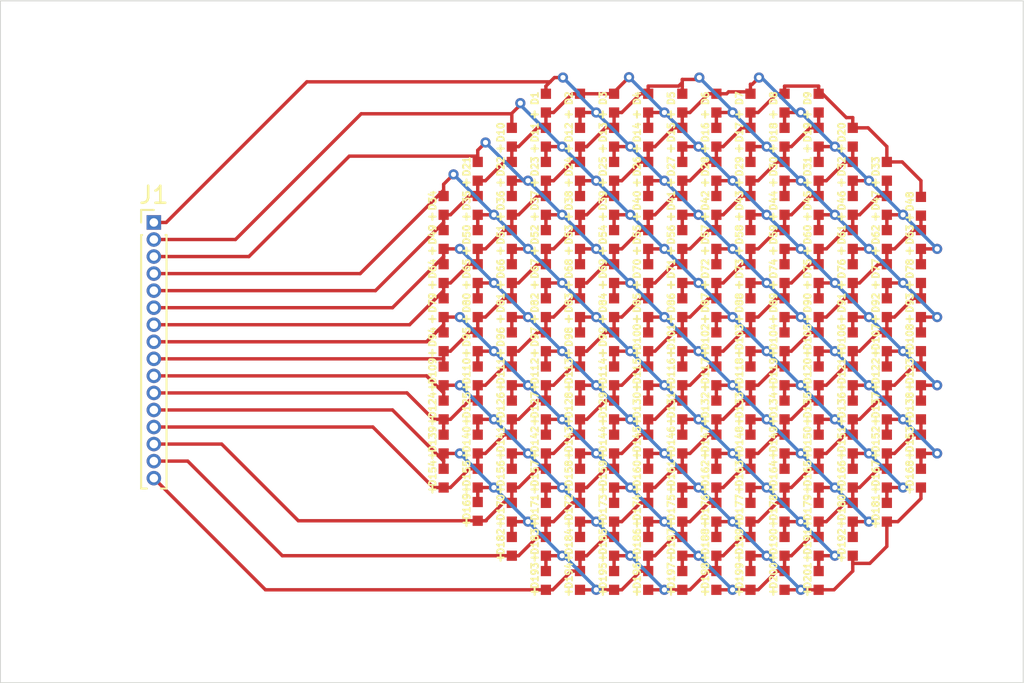
<source format=kicad_pcb>
(kicad_pcb (version 20241229) (generator "pcbnew") (generator_version "9.0")
  (layers (0 "F.Cu" signal) (2 "B.Cu" signal) (13 "F.Paste" user) (15 "B.Paste" user) (5 "F.SilkS" user "F.Silkscreen") (7 "B.SilkS" user "B.Silkscreen") (1 "F.Mask" user) (3 "B.Mask" user) (25 "Edge.Cuts" user))
  (net 0 "")
  (net 1 "E")
  (net 2 "A")
  (net 3 "G")
  (net 4 "I")
  (net 5 "K")
  (net 6 "M")
  (net 7 "B")
  (net 8 "N")
  (net 9 "C")
  (net 10 "O")
  (net 11 "D")
  (net 12 "P")
  (net 13 "F")
  (net 14 "L")
  (net 15 "H")
  (net 16 "J")
  (footprint "WL-SMCC_0402:WL-SMCC_0402" (layer "F.Cu") (at 142 98 -90)
    (property "Reference" "D82")
    (property "Value" "WL-SMCC_0402")
  )
  (footprint "WL-SMCC_0402:WL-SMCC_0402" (layer "F.Cu") (at 146 108 -90)
    (property "Reference" "D159")
    (property "Value" "WL-SMCC_0402")
  )
  (footprint "WL-SMCC_0402:WL-SMCC_0402" (layer "F.Cu") (at 144 96 -90)
    (property "Reference" "D68")
    (property "Value" "WL-SMCC_0402")
  )
  (footprint "WL-SMCC_0402:WL-SMCC_0402" (layer "F.Cu") (at 150 86 -90)
    (property "Reference" "D5")
    (property "Value" "WL-SMCC_0402")
  )
  (footprint "WL-SMCC_0402:WL-SMCC_0402" (layer "F.Cu") (at 152 88 -90)
    (property "Reference" "D16")
    (property "Value" "WL-SMCC_0402")
  )
  (footprint "WL-SMCC_0402:WL-SMCC_0402" (layer "F.Cu") (at 148 102 -90)
    (property "Reference" "D115")
    (property "Value" "WL-SMCC_0402")
  )
  (footprint "WL-SMCC_0402:WL-SMCC_0402" (layer "F.Cu") (at 148 88 -90)
    (property "Reference" "D14")
    (property "Value" "WL-SMCC_0402")
  )
  (footprint "WL-SMCC_0402:WL-SMCC_0402" (layer "F.Cu") (at 144 108 -90)
    (property "Reference" "D158")
    (property "Value" "WL-SMCC_0402")
  )
  (footprint "WL-SMCC_0402:WL-SMCC_0402" (layer "F.Cu") (at 152 114 -90)
    (property "Reference" "D198")
    (property "Value" "WL-SMCC_0402")
  )
  (footprint "WL-SMCC_0402:WL-SMCC_0402" (layer "F.Cu") (at 144 104 -90)
    (property "Reference" "D128")
    (property "Value" "WL-SMCC_0402")
  )
  (footprint "WL-SMCC_0402:WL-SMCC_0402" (layer "F.Cu") (at 146 94 -90)
    (property "Reference" "D54")
    (property "Value" "WL-SMCC_0402")
  )
  (footprint "WL-SMCC_0402:WL-SMCC_0402" (layer "F.Cu") (at 150 106 -90)
    (property "Reference" "D146")
    (property "Value" "WL-SMCC_0402")
  )
  (footprint "WL-SMCC_0402:WL-SMCC_0402" (layer "F.Cu") (at 158 112 -90)
    (property "Reference" "D191")
    (property "Value" "WL-SMCC_0402")
  )
  (footprint "WL-SMCC_0402:WL-SMCC_0402" (layer "F.Cu") (at 150 98 -90)
    (property "Reference" "D86")
    (property "Value" "WL-SMCC_0402")
  )
  (footprint "WL-SMCC_0402:WL-SMCC_0402" (layer "F.Cu") (at 136 96 -90)
    (property "Reference" "D64")
    (property "Value" "WL-SMCC_0402")
  )
  (footprint "WL-SMCC_0402:WL-SMCC_0402" (layer "F.Cu") (at 164 100 -90)
    (property "Reference" "D108")
    (property "Value" "WL-SMCC_0402")
  )
  (footprint "WL-SMCC_0402:WL-SMCC_0402" (layer "F.Cu") (at 156 100 -90)
    (property "Reference" "D104")
    (property "Value" "WL-SMCC_0402")
  )
  (footprint "WL-SMCC_0402:WL-SMCC_0402" (layer "F.Cu") (at 144 112 -90)
    (property "Reference" "D184")
    (property "Value" "WL-SMCC_0402")
  )
  (footprint "WL-SMCC_0402:WL-SMCC_0402" (layer "F.Cu") (at 148 106 -90)
    (property "Reference" "D145")
    (property "Value" "WL-SMCC_0402")
  )
  (footprint "WL-SMCC_0402:WL-SMCC_0402" (layer "F.Cu") (at 154 90 -90)
    (property "Reference" "D29")
    (property "Value" "WL-SMCC_0402")
  )
  (footprint "WL-SMCC_0402:WL-SMCC_0402" (layer "F.Cu") (at 150 114 -90)
    (property "Reference" "D197")
    (property "Value" "WL-SMCC_0402")
  )
  (footprint "WL-SMCC_0402:WL-SMCC_0402" (layer "F.Cu") (at 160 106 -90)
    (property "Reference" "D151")
    (property "Value" "WL-SMCC_0402")
  )
  (footprint "WL-SMCC_0402:WL-SMCC_0402" (layer "F.Cu") (at 162 90 -90)
    (property "Reference" "D33")
    (property "Value" "WL-SMCC_0402")
  )
  (footprint "WL-SMCC_0402:WL-SMCC_0402" (layer "F.Cu") (at 140 100 -90)
    (property "Reference" "D96")
    (property "Value" "WL-SMCC_0402")
  )
  (footprint "WL-SMCC_0402:WL-SMCC_0402" (layer "F.Cu") (at 148 110 -90)
    (property "Reference" "D174")
    (property "Value" "WL-SMCC_0402")
  )
  (footprint "WL-SMCC_0402:WL-SMCC_0402" (layer "F.Cu") (at 158 96 -90)
    (property "Reference" "D75")
    (property "Value" "WL-SMCC_0402")
  )
  (footprint "WL-SMCC_0402:WL-SMCC_0402" (layer "F.Cu") (at 142 108 -90)
    (property "Reference" "D157")
    (property "Value" "WL-SMCC_0402")
  )
  (footprint "WL-SMCC_0402:WL-SMCC_0402" (layer "F.Cu") (at 138 94 -90)
    (property "Reference" "D50")
    (property "Value" "WL-SMCC_0402")
  )
  (footprint "WL-SMCC_0402:WL-SMCC_0402" (layer "F.Cu") (at 140 108 -90)
    (property "Reference" "D156")
    (property "Value" "WL-SMCC_0402")
  )
  (footprint "WL-SMCC_0402:WL-SMCC_0402" (layer "F.Cu") (at 146 110 -90)
    (property "Reference" "D173")
    (property "Value" "WL-SMCC_0402")
  )
  (footprint "WL-SMCC_0402:WL-SMCC_0402" (layer "F.Cu") (at 148 112 -90)
    (property "Reference" "D186")
    (property "Value" "WL-SMCC_0402")
  )
  (footprint "WL-SMCC_0402:WL-SMCC_0402" (layer "F.Cu") (at 142 102 -90)
    (property "Reference" "D112")
    (property "Value" "WL-SMCC_0402")
  )
  (footprint "WL-SMCC_0402:WL-SMCC_0402" (layer "F.Cu") (at 160 90 -90)
    (property "Reference" "D32")
    (property "Value" "WL-SMCC_0402")
  )
  (footprint "WL-SMCC_0402:WL-SMCC_0402" (layer "F.Cu") (at 140 112 -90)
    (property "Reference" "D182")
    (property "Value" "WL-SMCC_0402")
  )
  (footprint "WL-SMCC_0402:WL-SMCC_0402" (layer "F.Cu") (at 152 96 -90)
    (property "Reference" "D72")
    (property "Value" "WL-SMCC_0402")
  )
  (footprint "WL-SMCC_0402:WL-SMCC_0402" (layer "F.Cu") (at 158 104 -90)
    (property "Reference" "D135")
    (property "Value" "WL-SMCC_0402")
  )
  (footprint "WL-SMCC_0402:WL-SMCC_0402" (layer "F.Cu") (at 152 110 -90)
    (property "Reference" "D176")
    (property "Value" "WL-SMCC_0402")
  )
  (footprint "WL-SMCC_0402:WL-SMCC_0402" (layer "F.Cu") (at 148 92 -90)
    (property "Reference" "D40")
    (property "Value" "WL-SMCC_0402")
  )
  (footprint "WL-SMCC_0402:WL-SMCC_0402" (layer "F.Cu") (at 158 100 -90)
    (property "Reference" "D105")
    (property "Value" "WL-SMCC_0402")
  )
  (footprint "WL-SMCC_0402:WL-SMCC_0402" (layer "F.Cu") (at 136 108 -90)
    (property "Reference" "D154")
    (property "Value" "WL-SMCC_0402")
  )
  (footprint "WL-SMCC_0402:WL-SMCC_0402" (layer "F.Cu") (at 152 94 -90)
    (property "Reference" "D57")
    (property "Value" "WL-SMCC_0402")
  )
  (footprint "WL-SMCC_0402:WL-SMCC_0402" (layer "F.Cu") (at 158 114 -90)
    (property "Reference" "D201")
    (property "Value" "WL-SMCC_0402")
  )
  (footprint "WL-SMCC_0402:WL-SMCC_0402" (layer "F.Cu") (at 148 100 -90)
    (property "Reference" "D100")
    (property "Value" "WL-SMCC_0402")
  )
  (footprint "WL-SMCC_0402:WL-SMCC_0402" (layer "F.Cu") (at 152 108 -90)
    (property "Reference" "D162")
    (property "Value" "WL-SMCC_0402")
  )
  (footprint "WL-SMCC_0402:WL-SMCC_0402" (layer "F.Cu") (at 158 98 -90)
    (property "Reference" "D90")
    (property "Value" "WL-SMCC_0402")
  )
  (footprint "WL-SMCC_0402:WL-SMCC_0402" (layer "F.Cu") (at 150 104 -90)
    (property "Reference" "D131")
    (property "Value" "WL-SMCC_0402")
  )
  (footprint "WL-SMCC_0402:WL-SMCC_0402" (layer "F.Cu") (at 164 98 -90)
    (property "Reference" "D93")
    (property "Value" "WL-SMCC_0402")
  )
  (footprint "WL-SMCC_0402:WL-SMCC_0402" (layer "F.Cu") (at 158 90 -90)
    (property "Reference" "D31")
    (property "Value" "WL-SMCC_0402")
  )
  (footprint "WL-SMCC_0402:WL-SMCC_0402" (layer "F.Cu") (at 144 90 -90)
    (property "Reference" "D24")
    (property "Value" "WL-SMCC_0402")
  )
  (footprint "WL-SMCC_0402:WL-SMCC_0402" (layer "F.Cu") (at 162 100 -90)
    (property "Reference" "D107")
    (property "Value" "WL-SMCC_0402")
  )
  (footprint "WL-SMCC_0402:WL-SMCC_0402" (layer "F.Cu") (at 144 110 -90)
    (property "Reference" "D172")
    (property "Value" "WL-SMCC_0402")
  )
  (footprint "WL-SMCC_0402:WL-SMCC_0402" (layer "F.Cu") (at 146 98 -90)
    (property "Reference" "D84")
    (property "Value" "WL-SMCC_0402")
  )
  (footprint "WL-SMCC_0402:WL-SMCC_0402" (layer "F.Cu") (at 140 104 -90)
    (property "Reference" "D126")
    (property "Value" "WL-SMCC_0402")
  )
  (footprint "WL-SMCC_0402:WL-SMCC_0402" (layer "F.Cu") (at 136 106 -90)
    (property "Reference" "D139")
    (property "Value" "WL-SMCC_0402")
  )
  (footprint "WL-SMCC_0402:WL-SMCC_0402" (layer "F.Cu") (at 142 110 -90)
    (property "Reference" "D171")
    (property "Value" "WL-SMCC_0402")
  )
  (footprint "WL-SMCC_0402:WL-SMCC_0402" (layer "F.Cu") (at 148 114 -90)
    (property "Reference" "D196")
    (property "Value" "WL-SMCC_0402")
  )
  (footprint "WL-SMCC_0402:WL-SMCC_0402" (layer "F.Cu") (at 154 102 -90)
    (property "Reference" "D118")
    (property "Value" "WL-SMCC_0402")
  )
  (footprint "WL-SMCC_0402:WL-SMCC_0402" (layer "F.Cu") (at 156 108 -90)
    (property "Reference" "D164")
    (property "Value" "WL-SMCC_0402")
  )
  (footprint "WL-SMCC_0402:WL-SMCC_0402" (layer "F.Cu") (at 154 100 -90)
    (property "Reference" "D103")
    (property "Value" "WL-SMCC_0402")
  )
  (footprint "WL-SMCC_0402:WL-SMCC_0402" (layer "F.Cu") (at 164 96 -90)
    (property "Reference" "D78")
    (property "Value" "WL-SMCC_0402")
  )
  (footprint "WL-SMCC_0402:WL-SMCC_0402" (layer "F.Cu") (at 144 98 -90)
    (property "Reference" "D83")
    (property "Value" "WL-SMCC_0402")
  )
  (footprint "WL-SMCC_0402:WL-SMCC_0402" (layer "F.Cu") (at 148 94 -90)
    (property "Reference" "D55")
    (property "Value" "WL-SMCC_0402")
  )
  (footprint "WL-SMCC_0402:WL-SMCC_0402" (layer "F.Cu") (at 140 92 -90)
    (property "Reference" "D36")
    (property "Value" "WL-SMCC_0402")
  )
  (footprint "WL-SMCC_0402:WL-SMCC_0402" (layer "F.Cu") (at 162 96 -90)
    (property "Reference" "D77")
    (property "Value" "WL-SMCC_0402")
  )
  (footprint "WL-SMCC_0402:WL-SMCC_0402" (layer "F.Cu") (at 146 102 -90)
    (property "Reference" "D114")
    (property "Value" "WL-SMCC_0402")
  )
  (footprint "WL-SMCC_0402:WL-SMCC_0402" (layer "F.Cu") (at 154 86 -90)
    (property "Reference" "D7")
    (property "Value" "WL-SMCC_0402")
  )
  (footprint "WL-SMCC_0402:WL-SMCC_0402" (layer "F.Cu") (at 152 106 -90)
    (property "Reference" "D147")
    (property "Value" "WL-SMCC_0402")
  )
  (footprint "WL-SMCC_0402:WL-SMCC_0402" (layer "F.Cu") (at 156 112 -90)
    (property "Reference" "D190")
    (property "Value" "WL-SMCC_0402")
  )
  (footprint "WL-SMCC_0402:WL-SMCC_0402" (layer "F.Cu") (at 154 92 -90)
    (property "Reference" "D43")
    (property "Value" "WL-SMCC_0402")
  )
  (footprint "WL-SMCC_0402:WL-SMCC_0402" (layer "F.Cu") (at 146 92 -90)
    (property "Reference" "D39")
    (property "Value" "WL-SMCC_0402")
  )
  (footprint "WL-SMCC_0402:WL-SMCC_0402" (layer "F.Cu") (at 142 92 -90)
    (property "Reference" "D37")
    (property "Value" "WL-SMCC_0402")
  )
  (footprint "WL-SMCC_0402:WL-SMCC_0402" (layer "F.Cu") (at 142 104 -90)
    (property "Reference" "D127")
    (property "Value" "WL-SMCC_0402")
  )
  (footprint "WL-SMCC_0402:WL-SMCC_0402" (layer "F.Cu") (at 156 90 -90)
    (property "Reference" "D30")
    (property "Value" "WL-SMCC_0402")
  )
  (footprint "WL-SMCC_0402:WL-SMCC_0402" (layer "F.Cu") (at 162 92 -90)
    (property "Reference" "D47")
    (property "Value" "WL-SMCC_0402")
  )
  (footprint "WL-SMCC_0402:WL-SMCC_0402" (layer "F.Cu") (at 144 102 -90)
    (property "Reference" "D113")
    (property "Value" "WL-SMCC_0402")
  )
  (footprint "WL-SMCC_0402:WL-SMCC_0402" (layer "F.Cu") (at 140 96 -90)
    (property "Reference" "D66")
    (property "Value" "WL-SMCC_0402")
  )
  (footprint "WL-SMCC_0402:WL-SMCC_0402" (layer "F.Cu") (at 160 92 -90)
    (property "Reference" "D46")
    (property "Value" "WL-SMCC_0402")
  )
  (footprint "WL-SMCC_0402:WL-SMCC_0402" (layer "F.Cu") (at 140 98 -90)
    (property "Reference" "D81")
    (property "Value" "WL-SMCC_0402")
  )
  (footprint "WL-SMCC_0402:WL-SMCC_0402" (layer "F.Cu") (at 154 106 -90)
    (property "Reference" "D148")
    (property "Value" "WL-SMCC_0402")
  )
  (footprint "WL-SMCC_0402:WL-SMCC_0402" (layer "F.Cu") (at 138 106 -90)
    (property "Reference" "D140")
    (property "Value" "WL-SMCC_0402")
  )
  (footprint "WL-SMCC_0402:WL-SMCC_0402" (layer "F.Cu") (at 138 109.95 -90)
    (property "Reference" "D169")
    (property "Value" "WL-SMCC_0402")
  )
  (footprint "WL-SMCC_0402:WL-SMCC_0402" (layer "F.Cu") (at 144 92 -90)
    (property "Reference" "D38")
    (property "Value" "WL-SMCC_0402")
  )
  (footprint "WL-SMCC_0402:WL-SMCC_0402" (layer "F.Cu") (at 142 94 -90)
    (property "Reference" "D52")
    (property "Value" "WL-SMCC_0402")
  )
  (footprint "WL-SMCC_0402:WL-SMCC_0402" (layer "F.Cu") (at 138 104 -90)
    (property "Reference" "D125")
    (property "Value" "WL-SMCC_0402")
  )
  (footprint "WL-SMCC_0402:WL-SMCC_0402" (layer "F.Cu") (at 138 90 -90)
    (property "Reference" "D21")
    (property "Value" "WL-SMCC_0402")
  )
  (footprint "WL-SMCC_0402:WL-SMCC_0402" (layer "F.Cu") (at 146 114 -90)
    (property "Reference" "D195")
    (property "Value" "WL-SMCC_0402")
  )
  (footprint "WL-SMCC_0402:WL-SMCC_0402" (layer "F.Cu") (at 156 102 -90)
    (property "Reference" "D119")
    (property "Value" "WL-SMCC_0402")
  )
  (footprint "WL-SMCC_0402:WL-SMCC_0402" (layer "F.Cu") (at 158 92 -90)
    (property "Reference" "D45")
    (property "Value" "WL-SMCC_0402")
  )
  (footprint "WL-SMCC_0402:WL-SMCC_0402" (layer "F.Cu") (at 146 106 -90)
    (property "Reference" "D144")
    (property "Value" "WL-SMCC_0402")
  )
  (footprint "WL-SMCC_0402:WL-SMCC_0402" (layer "F.Cu") (at 142 86 -90)
    (property "Reference" "D1")
    (property "Value" "WL-SMCC_0402")
  )
  (footprint "WL-SMCC_0402:WL-SMCC_0402" (layer "F.Cu") (at 148 104 -90)
    (property "Reference" "D130")
    (property "Value" "WL-SMCC_0402")
  )
  (footprint "WL-SMCC_0402:WL-SMCC_0402" (layer "F.Cu") (at 154 96 -90)
    (property "Reference" "D73")
    (property "Value" "WL-SMCC_0402")
  )
  (footprint "WL-SMCC_0402:WL-SMCC_0402" (layer "F.Cu") (at 140 90 -90)
    (property "Reference" "D22")
    (property "Value" "WL-SMCC_0402")
  )
  (footprint "WL-SMCC_0402:WL-SMCC_0402" (layer "F.Cu") (at 136 92 -90)
    (property "Reference" "D34")
    (property "Value" "WL-SMCC_0402")
  )
  (footprint "WL-SMCC_0402:WL-SMCC_0402" (layer "F.Cu") (at 138 96 -90)
    (property "Reference" "D65")
    (property "Value" "WL-SMCC_0402")
  )
  (footprint "WL-SMCC_0402:WL-SMCC_0402" (layer "F.Cu") (at 154 94 -90)
    (property "Reference" "D58")
    (property "Value" "WL-SMCC_0402")
  )
  (footprint "WL-SMCC_0402:WL-SMCC_0402" (layer "F.Cu") (at 152 102 -90)
    (property "Reference" "D117")
    (property "Value" "WL-SMCC_0402")
  )
  (footprint "WL-SMCC_0402:WL-SMCC_0402" (layer "F.Cu") (at 150 110 -90)
    (property "Reference" "D175")
    (property "Value" "WL-SMCC_0402")
  )
  (footprint "WL-SMCC_0402:WL-SMCC_0402" (layer "F.Cu") (at 156 98 -90)
    (property "Reference" "D89")
    (property "Value" "WL-SMCC_0402")
  )
  (footprint "WL-SMCC_0402:WL-SMCC_0402" (layer "F.Cu") (at 152 112 -90)
    (property "Reference" "D188")
    (property "Value" "WL-SMCC_0402")
  )
  (footprint "WL-SMCC_0402:WL-SMCC_0402" (layer "F.Cu") (at 160 102 -90)
    (property "Reference" "D121")
    (property "Value" "WL-SMCC_0402")
  )
  (footprint "WL-SMCC_0402:WL-SMCC_0402" (layer "F.Cu") (at 142 112 -90)
    (property "Reference" "D183")
    (property "Value" "WL-SMCC_0402")
  )
  (footprint "WL-SMCC_0402:WL-SMCC_0402" (layer "F.Cu") (at 150 96 -90)
    (property "Reference" "D71")
    (property "Value" "WL-SMCC_0402")
  )
  (footprint "WL-SMCC_0402:WL-SMCC_0402" (layer "F.Cu") (at 138 98 -90)
    (property "Reference" "D80")
    (property "Value" "WL-SMCC_0402")
  )
  (footprint "WL-SMCC_0402:WL-SMCC_0402" (layer "F.Cu") (at 162 104 -90)
    (property "Reference" "D137")
    (property "Value" "WL-SMCC_0402")
  )
  (footprint "WL-SMCC_0402:WL-SMCC_0402" (layer "F.Cu") (at 150 102 -90)
    (property "Reference" "D116")
    (property "Value" "WL-SMCC_0402")
  )
  (footprint "WL-SMCC_0402:WL-SMCC_0402" (layer "F.Cu") (at 144 88 -90)
    (property "Reference" "D12")
    (property "Value" "WL-SMCC_0402")
  )
  (footprint "WL-SMCC_0402:WL-SMCC_0402" (layer "F.Cu") (at 162 106 -90)
    (property "Reference" "D152")
    (property "Value" "WL-SMCC_0402")
  )
  (footprint "WL-SMCC_0402:WL-SMCC_0402" (layer "F.Cu") (at 156 86 -90)
    (property "Reference" "D8")
    (property "Value" "WL-SMCC_0402")
  )
  (footprint "WL-SMCC_0402:WL-SMCC_0402" (layer "F.Cu") (at 148 86 -90)
    (property "Reference" "D4")
    (property "Value" "WL-SMCC_0402")
  )
  (footprint "WL-SMCC_0402:WL-SMCC_0402" (layer "F.Cu") (at 150 94 -90)
    (property "Reference" "D56")
    (property "Value" "WL-SMCC_0402")
  )
  (footprint "WL-SMCC_0402:WL-SMCC_0402" (layer "F.Cu") (at 154 98 -90)
    (property "Reference" "D88")
    (property "Value" "WL-SMCC_0402")
  )
  (footprint "WL-SMCC_0402:WL-SMCC_0402" (layer "F.Cu") (at 146 112 -90)
    (property "Reference" "D185")
    (property "Value" "WL-SMCC_0402")
  )
  (footprint "WL-SMCC_0402:WL-SMCC_0402" (layer "F.Cu") (at 156 92 -90)
    (property "Reference" "D44")
    (property "Value" "WL-SMCC_0402")
  )
  (footprint "WL-SMCC_0402:WL-SMCC_0402" (layer "F.Cu") (at 162 94 -90)
    (property "Reference" "D62")
    (property "Value" "WL-SMCC_0402")
  )
  (footprint "WL-SMCC_0402:WL-SMCC_0402" (layer "F.Cu") (at 160 108 -90)
    (property "Reference" "D166")
    (property "Value" "WL-SMCC_0402")
  )
  (footprint "WL-SMCC_0402:WL-SMCC_0402" (layer "F.Cu") (at 156 104 -90)
    (property "Reference" "D134")
    (property "Value" "WL-SMCC_0402")
  )
  (footprint "WL-SMCC_0402:WL-SMCC_0402" (layer "F.Cu") (at 162 98 -90)
    (property "Reference" "D92")
    (property "Value" "WL-SMCC_0402")
  )
  (footprint "WL-SMCC_0402:WL-SMCC_0402" (layer "F.Cu") (at 160 94 -90)
    (property "Reference" "D61")
    (property "Value" "WL-SMCC_0402")
  )
  (footprint "WL-SMCC_0402:WL-SMCC_0402" (layer "F.Cu") (at 136 94 -90)
    (property "Reference" "D49")
    (property "Value" "WL-SMCC_0402")
  )
  (footprint "WL-SMCC_0402:WL-SMCC_0402" (layer "F.Cu") (at 152 86 -90)
    (property "Reference" "D6")
    (property "Value" "WL-SMCC_0402")
  )
  (footprint "WL-SMCC_0402:WL-SMCC_0402" (layer "F.Cu") (at 160 104 -90)
    (property "Reference" "D136")
    (property "Value" "WL-SMCC_0402")
  )
  (footprint "WL-SMCC_0402:WL-SMCC_0402" (layer "F.Cu") (at 152 100 -90)
    (property "Reference" "D102")
    (property "Value" "WL-SMCC_0402")
  )
  (footprint "WL-SMCC_0402:WL-SMCC_0402" (layer "F.Cu") (at 160 110 -90)
    (property "Reference" "D180")
    (property "Value" "WL-SMCC_0402")
  )
  (footprint "WL-SMCC_0402:WL-SMCC_0402" (layer "F.Cu") (at 158 110 -90)
    (property "Reference" "D179")
    (property "Value" "WL-SMCC_0402")
  )
  (footprint "WL-SMCC_0402:WL-SMCC_0402" (layer "F.Cu") (at 148 90 -90)
    (property "Reference" "D26")
    (property "Value" "WL-SMCC_0402")
  )
  (footprint "WL-SMCC_0402:WL-SMCC_0402" (layer "F.Cu") (at 154 114 -90)
    (property "Reference" "D199")
    (property "Value" "WL-SMCC_0402")
  )
  (footprint "WL-SMCC_0402:WL-SMCC_0402" (layer "F.Cu") (at 158 106 -90)
    (property "Reference" "D150")
    (property "Value" "WL-SMCC_0402")
  )
  (footprint "WL-SMCC_0402:WL-SMCC_0402" (layer "F.Cu") (at 142 88 -90)
    (property "Reference" "D11")
    (property "Value" "WL-SMCC_0402")
  )
  (footprint "WL-SMCC_0402:WL-SMCC_0402" (layer "F.Cu") (at 150 108 -90)
    (property "Reference" "D161")
    (property "Value" "WL-SMCC_0402")
  )
  (footprint "WL-SMCC_0402:WL-SMCC_0402" (layer "F.Cu") (at 138 108 -90)
    (property "Reference" "D155")
    (property "Value" "WL-SMCC_0402")
  )
  (footprint "WL-SMCC_0402:WL-SMCC_0402" (layer "F.Cu") (at 152 98 -90)
    (property "Reference" "D87")
    (property "Value" "WL-SMCC_0402")
  )
  (footprint "WL-SMCC_0402:WL-SMCC_0402" (layer "F.Cu") (at 150 112 -90)
    (property "Reference" "D187")
    (property "Value" "WL-SMCC_0402")
  )
  (footprint "WL-SMCC_0402:WL-SMCC_0402" (layer "F.Cu") (at 160 112 -90)
    (property "Reference" "D192")
    (property "Value" "WL-SMCC_0402")
  )
  (footprint "WL-SMCC_0402:WL-SMCC_0402" (layer "F.Cu") (at 146 104 -90)
    (property "Reference" "D129")
    (property "Value" "WL-SMCC_0402")
  )
  (footprint "WL-SMCC_0402:WL-SMCC_0402" (layer "F.Cu") (at 152 92 -90)
    (property "Reference" "D42")
    (property "Value" "WL-SMCC_0402")
  )
  (footprint "WL-SMCC_0402:WL-SMCC_0402" (layer "F.Cu") (at 140 88 -90)
    (property "Reference" "D10")
    (property "Value" "WL-SMCC_0402")
  )
  (footprint "Connector_PinHeader_1.00mm:PinHeader_1x16_P1.00mm_Vertical" (layer "F.Cu") (at 119 93)
    (property "Reference" "J1")
    (property "Value" "Conn_01x16")
  )
  (footprint "WL-SMCC_0402:WL-SMCC_0402" (layer "F.Cu") (at 154 112 -90)
    (property "Reference" "D189")
    (property "Value" "WL-SMCC_0402")
  )
  (footprint "WL-SMCC_0402:WL-SMCC_0402" (layer "F.Cu") (at 158 86 -90)
    (property "Reference" "D9")
    (property "Value" "WL-SMCC_0402")
  )
  (footprint "WL-SMCC_0402:WL-SMCC_0402" (layer "F.Cu") (at 144 106 -90)
    (property "Reference" "D143")
    (property "Value" "WL-SMCC_0402")
  )
  (footprint "WL-SMCC_0402:WL-SMCC_0402" (layer "F.Cu") (at 152 90 -90)
    (property "Reference" "D28")
    (property "Value" "WL-SMCC_0402")
  )
  (footprint "WL-SMCC_0402:WL-SMCC_0402" (layer "F.Cu") (at 150 92 -90)
    (property "Reference" "D41")
    (property "Value" "WL-SMCC_0402")
  )
  (footprint "WL-SMCC_0402:WL-SMCC_0402" (layer "F.Cu") (at 156 96 -90)
    (property "Reference" "D74")
    (property "Value" "WL-SMCC_0402")
  )
  (footprint "WL-SMCC_0402:WL-SMCC_0402" (layer "F.Cu") (at 156 114 -90)
    (property "Reference" "D200")
    (property "Value" "WL-SMCC_0402")
  )
  (footprint "WL-SMCC_0402:WL-SMCC_0402" (layer "F.Cu") (at 136 98 -90)
    (property "Reference" "D79")
    (property "Value" "WL-SMCC_0402")
  )
  (footprint "WL-SMCC_0402:WL-SMCC_0402" (layer "F.Cu") (at 142 100 -90)
    (property "Reference" "D97")
    (property "Value" "WL-SMCC_0402")
  )
  (footprint "WL-SMCC_0402:WL-SMCC_0402" (layer "F.Cu") (at 142 90 -90)
    (property "Reference" "D23")
    (property "Value" "WL-SMCC_0402")
  )
  (footprint "WL-SMCC_0402:WL-SMCC_0402" (layer "F.Cu") (at 160 98 -90)
    (property "Reference" "D91")
    (property "Value" "WL-SMCC_0402")
  )
  (footprint "WL-SMCC_0402:WL-SMCC_0402" (layer "F.Cu") (at 140 94 -90)
    (property "Reference" "D51")
    (property "Value" "WL-SMCC_0402")
  )
  (footprint "WL-SMCC_0402:WL-SMCC_0402" (layer "F.Cu") (at 154 108 -90)
    (property "Reference" "D163")
    (property "Value" "WL-SMCC_0402")
  )
  (footprint "WL-SMCC_0402:WL-SMCC_0402" (layer "F.Cu") (at 158 108 -90)
    (property "Reference" "D165")
    (property "Value" "WL-SMCC_0402")
  )
  (footprint "WL-SMCC_0402:WL-SMCC_0402" (layer "F.Cu") (at 164 108 -90)
    (property "Reference" "D168")
    (property "Value" "WL-SMCC_0402")
  )
  (footprint "WL-SMCC_0402:WL-SMCC_0402" (layer "F.Cu") (at 146 86 -90)
    (property "Reference" "D3")
    (property "Value" "WL-SMCC_0402")
  )
  (footprint "WL-SMCC_0402:WL-SMCC_0402" (layer "F.Cu") (at 146 100 -90)
    (property "Reference" "D99")
    (property "Value" "WL-SMCC_0402")
  )
  (footprint "WL-SMCC_0402:WL-SMCC_0402" (layer "F.Cu") (at 162 110 -90)
    (property "Reference" "D181")
    (property "Value" "WL-SMCC_0402")
  )
  (footprint "WL-SMCC_0402:WL-SMCC_0402" (layer "F.Cu") (at 156 94 -90)
    (property "Reference" "D59")
    (property "Value" "WL-SMCC_0402")
  )
  (footprint "WL-SMCC_0402:WL-SMCC_0402" (layer "F.Cu") (at 154 88 -90)
    (property "Reference" "D17")
    (property "Value" "WL-SMCC_0402")
  )
  (footprint "WL-SMCC_0402:WL-SMCC_0402" (layer "F.Cu") (at 142 114 -90)
    (property "Reference" "D193")
    (property "Value" "WL-SMCC_0402")
  )
  (footprint "WL-SMCC_0402:WL-SMCC_0402" (layer "F.Cu") (at 136 100 -90)
    (property "Reference" "D94")
    (property "Value" "WL-SMCC_0402")
  )
  (footprint "WL-SMCC_0402:WL-SMCC_0402" (layer "F.Cu") (at 164 102 -90)
    (property "Reference" "D123")
    (property "Value" "WL-SMCC_0402")
  )
  (footprint "WL-SMCC_0402:WL-SMCC_0402" (layer "F.Cu") (at 146 88 -90)
    (property "Reference" "D13")
    (property "Value" "WL-SMCC_0402")
  )
  (footprint "WL-SMCC_0402:WL-SMCC_0402" (layer "F.Cu") (at 164 94 -90)
    (property "Reference" "D63")
    (property "Value" "WL-SMCC_0402")
  )
  (footprint "WL-SMCC_0402:WL-SMCC_0402" (layer "F.Cu") (at 158 94 -90)
    (property "Reference" "D60")
    (property "Value" "WL-SMCC_0402")
  )
  (footprint "WL-SMCC_0402:WL-SMCC_0402" (layer "F.Cu") (at 160 96 -90)
    (property "Reference" "D76")
    (property "Value" "WL-SMCC_0402")
  )
  (footprint "WL-SMCC_0402:WL-SMCC_0402" (layer "F.Cu") (at 138 102 -90)
    (property "Reference" "D110")
    (property "Value" "WL-SMCC_0402")
  )
  (footprint "WL-SMCC_0402:WL-SMCC_0402" (layer "F.Cu") (at 156 106 -90)
    (property "Reference" "D149")
    (property "Value" "WL-SMCC_0402")
  )
  (footprint "WL-SMCC_0402:WL-SMCC_0402" (layer "F.Cu") (at 144 94 -90)
    (property "Reference" "D53")
    (property "Value" "WL-SMCC_0402")
  )
  (footprint "WL-SMCC_0402:WL-SMCC_0402" (layer "F.Cu") (at 164 104 -90)
    (property "Reference" "D138")
    (property "Value" "WL-SMCC_0402")
  )
  (footprint "WL-SMCC_0402:WL-SMCC_0402" (layer "F.Cu") (at 150 88 -90)
    (property "Reference" "D15")
    (property "Value" "WL-SMCC_0402")
  )
  (footprint "WL-SMCC_0402:WL-SMCC_0402" (layer "F.Cu") (at 146 90 -90)
    (property "Reference" "D25")
    (property "Value" "WL-SMCC_0402")
  )
  (footprint "WL-SMCC_0402:WL-SMCC_0402" (layer "F.Cu") (at 140 106 -90)
    (property "Reference" "D141")
    (property "Value" "WL-SMCC_0402")
  )
  (footprint "WL-SMCC_0402:WL-SMCC_0402" (layer "F.Cu") (at 136 104 -90)
    (property "Reference" "D124")
    (property "Value" "WL-SMCC_0402")
  )
  (footprint "WL-SMCC_0402:WL-SMCC_0402" (layer "F.Cu") (at 142 106 -90)
    (property "Reference" "D142")
    (property "Value" "WL-SMCC_0402")
  )
  (footprint "WL-SMCC_0402:WL-SMCC_0402" (layer "F.Cu") (at 142 96 -90)
    (property "Reference" "D67")
    (property "Value" "WL-SMCC_0402")
  )
  (footprint "WL-SMCC_0402:WL-SMCC_0402" (layer "F.Cu") (at 148 108 -90)
    (property "Reference" "D160")
    (property "Value" "WL-SMCC_0402")
  )
  (footprint "WL-SMCC_0402:WL-SMCC_0402" (layer "F.Cu") (at 156 88 -90)
    (property "Reference" "D18")
    (property "Value" "WL-SMCC_0402")
  )
  (footprint "WL-SMCC_0402:WL-SMCC_0402" (layer "F.Cu") (at 162 102 -90)
    (property "Reference" "D122")
    (property "Value" "WL-SMCC_0402")
  )
  (footprint "WL-SMCC_0402:WL-SMCC_0402" (layer "F.Cu") (at 154 110 -90)
    (property "Reference" "D177")
    (property "Value" "WL-SMCC_0402")
  )
  (footprint "WL-SMCC_0402:WL-SMCC_0402" (layer "F.Cu") (at 148 96 -90)
    (property "Reference" "D70")
    (property "Value" "WL-SMCC_0402")
  )
  (footprint "WL-SMCC_0402:WL-SMCC_0402" (layer "F.Cu") (at 158 102 -90)
    (property "Reference" "D120")
    (property "Value" "WL-SMCC_0402")
  )
  (footprint "WL-SMCC_0402:WL-SMCC_0402" (layer "F.Cu") (at 144 114 -90)
    (property "Reference" "D194")
    (property "Value" "WL-SMCC_0402")
  )
  (footprint "WL-SMCC_0402:WL-SMCC_0402" (layer "F.Cu") (at 138 92 -90)
    (property "Reference" "D35")
    (property "Value" "WL-SMCC_0402")
  )
  (footprint "WL-SMCC_0402:WL-SMCC_0402" (layer "F.Cu") (at 164 106 -90)
    (property "Reference" "D153")
    (property "Value" "WL-SMCC_0402")
  )
  (footprint "WL-SMCC_0402:WL-SMCC_0402" (layer "F.Cu") (at 164 92.05 -90)
    (property "Reference" "D48")
    (property "Value" "WL-SMCC_0402")
  )
  (footprint "WL-SMCC_0402:WL-SMCC_0402" (layer "F.Cu") (at 140 110 -90)
    (property "Reference" "D170")
    (property "Value" "WL-SMCC_0402")
  )
  (footprint "WL-SMCC_0402:WL-SMCC_0402" (layer "F.Cu") (at 150 100 -90)
    (property "Reference" "D101")
    (property "Value" "WL-SMCC_0402")
  )
  (footprint "WL-SMCC_0402:WL-SMCC_0402" (layer "F.Cu") (at 152 104 -90)
    (property "Reference" "D132")
    (property "Value" "WL-SMCC_0402")
  )
  (footprint "WL-SMCC_0402:WL-SMCC_0402" (layer "F.Cu") (at 162 108 -90)
    (property "Reference" "D167")
    (property "Value" "WL-SMCC_0402")
  )
  (footprint "WL-SMCC_0402:WL-SMCC_0402" (layer "F.Cu") (at 140 102 -90)
    (property "Reference" "D111")
    (property "Value" "WL-SMCC_0402")
  )
  (footprint "WL-SMCC_0402:WL-SMCC_0402" (layer "F.Cu") (at 160 88 -90)
    (property "Reference" "D20")
    (property "Value" "WL-SMCC_0402")
  )
  (footprint "WL-SMCC_0402:WL-SMCC_0402" (layer "F.Cu") (at 158 88 -90)
    (property "Reference" "D19")
    (property "Value" "WL-SMCC_0402")
  )
  (footprint "WL-SMCC_0402:WL-SMCC_0402" (layer "F.Cu") (at 154 104 -90)
    (property "Reference" "D133")
    (property "Value" "WL-SMCC_0402")
  )
  (footprint "WL-SMCC_0402:WL-SMCC_0402" (layer "F.Cu") (at 148 98 -90)
    (property "Reference" "D85")
    (property "Value" "WL-SMCC_0402")
  )
  (footprint "WL-SMCC_0402:WL-SMCC_0402" (layer "F.Cu") (at 160 100 -90)
    (property "Reference" "D106")
    (property "Value" "WL-SMCC_0402")
  )
  (footprint "WL-SMCC_0402:WL-SMCC_0402" (layer "F.Cu") (at 144 86 -90)
    (property "Reference" "D2")
    (property "Value" "WL-SMCC_0402")
  )
  (footprint "WL-SMCC_0402:WL-SMCC_0402" (layer "F.Cu") (at 156 110 -90)
    (property "Reference" "D178")
    (property "Value" "WL-SMCC_0402")
  )
  (footprint "WL-SMCC_0402:WL-SMCC_0402" (layer "F.Cu") (at 136 102 -90)
    (property "Reference" "D109")
    (property "Value" "WL-SMCC_0402")
  )
  (footprint "WL-SMCC_0402:WL-SMCC_0402" (layer "F.Cu") (at 146 96 -90)
    (property "Reference" "D69")
    (property "Value" "WL-SMCC_0402")
  )
  (footprint "WL-SMCC_0402:WL-SMCC_0402" (layer "F.Cu") (at 150 90 -90)
    (property "Reference" "D27")
    (property "Value" "WL-SMCC_0402")
  )
  (footprint "WL-SMCC_0402:WL-SMCC_0402" (layer "F.Cu") (at 138 100 -90)
    (property "Reference" "D95")
    (property "Value" "WL-SMCC_0402")
  )
  (footprint "WL-SMCC_0402:WL-SMCC_0402" (layer "F.Cu") (at 144 100 -90)
    (property "Reference" "D98")
    (property "Value" "WL-SMCC_0402")
  )
  (gr_rect (start 110 80) (end 170 120) (stroke (width 0.05)) (fill no) (layer "Edge.Cuts"))
  (segment (start 136 93.45) (end 136 93) (width 0.2) (layer "F.Cu") (net 1))
  (segment (start 142 87.45) (end 142 86.55) (width 0.2) (layer "F.Cu") (net 1))
  (segment (start 136.4 92.55) (end 137.5 91.45) (width 0.2) (layer "F.Cu") (net 1))
  (segment (start 160 99.45) (end 160 98.55) (width 0.2) (layer "F.Cu") (net 1))
  (segment (start 160 98.55) (end 160.95 98.55) (width 0.2) (layer "F.Cu") (net 1))
  (segment (start 139.55 89.45) (end 140 89.45) (width 0.2) (layer "F.Cu") (net 1))
  (segment (start 150 89.45) (end 150 88.55) (width 0.2) (layer "F.Cu") (net 1))
  (segment (start 143.55 85.45) (end 143.775 85.45) (width 0.2) (layer "F.Cu") (net 1))
  (segment (start 132 97) (end 119 97) (width 0.2) (layer "F.Cu") (net 1))
  (segment (start 162 100.55) (end 162.95 100.55) (width 0.2) (layer "F.Cu") (net 1))
  (segment (start 154 92.55) (end 154.95 92.55) (width 0.2) (layer "F.Cu") (net 1))
  (segment (start 156 95.45) (end 156 94.55) (width 0.2) (layer "F.Cu") (net 1))
  (segment (start 150 88.55) (end 150.95 88.55) (width 0.2) (layer "F.Cu") (net 1))
  (segment (start 139.55 89.45) (end 140 89.45) (width 0.2) (layer "F.Cu") (net 1))
  (segment (start 146 85.45) (end 146 85.3547) (width 0.2) (layer "F.Cu") (net 1))
  (segment (start 164 102.55) (end 164.95 102.55) (width 0.2) (layer "F.Cu") (net 1))
  (segment (start 142 86.55) (end 142.45 86.55) (width 0.2) (layer "F.Cu") (net 1))
  (segment (start 138 91.45) (end 138 90.55) (width 0.2) (layer "F.Cu") (net 1))
  (segment (start 154 93.45) (end 154 92.55) (width 0.2) (layer "F.Cu") (net 1))
  (segment (start 156 94.55) (end 156.95 94.55) (width 0.2) (layer "F.Cu") (net 1))
  (segment (start 152 90.55) (end 152.95 90.55) (width 0.2) (layer "F.Cu") (net 1))
  (segment (start 143.55 85.45) (end 143.775 85.45) (width 0.2) (layer "F.Cu") (net 1))
  (segment (start 162 101.45) (end 162 100.55) (width 0.2) (layer "F.Cu") (net 1))
  (segment (start 152 91.45) (end 152 90.55) (width 0.2) (layer "F.Cu") (net 1))
  (segment (start 143.775 85.45) (end 144 85.45) (width 0.2) (layer "F.Cu") (net 1))
  (segment (start 144 85.45) (end 146 85.45) (width 0.2) (layer "F.Cu") (net 1))
  (segment (start 148 87.45) (end 148 86.55) (width 0.2) (layer "F.Cu") (net 1))
  (segment (start 148 86.55) (end 148.95 86.55) (width 0.2) (layer "F.Cu") (net 1))
  (segment (start 146 85.3547) (end 146.875 84.4793) (width 0.2) (layer "F.Cu") (net 1))
  (segment (start 138.45 90.55) (end 139.55 89.45) (width 0.2) (layer "F.Cu") (net 1))
  (segment (start 143.775 85.45) (end 144 85.45) (width 0.2) (layer "F.Cu") (net 1))
  (segment (start 140.4 88.55) (end 141.5 87.45) (width 0.2) (layer "F.Cu") (net 1))
  (segment (start 158 96.55) (end 158.95 96.55) (width 0.2) (layer "F.Cu") (net 1))
  (segment (start 136 93) (end 136 92.55) (width 0.2) (layer "F.Cu") (net 1))
  (segment (start 164 103.45) (end 164 102.55) (width 0.2) (layer "F.Cu") (net 1))
  (segment (start 140 89.45) (end 140 88.55) (width 0.2) (layer "F.Cu") (net 1))
  (segment (start 142.45 86.55) (end 143.55 85.45) (width 0.2) (layer "F.Cu") (net 1))
  (segment (start 140 88.55) (end 140.4 88.55) (width 0.2) (layer "F.Cu") (net 1))
  (segment (start 141.5 87.45) (end 142 87.45) (width 0.2) (layer "F.Cu") (net 1))
  (segment (start 137.5 91.45) (end 138 91.45) (width 0.2) (layer "F.Cu") (net 1))
  (segment (start 158 97.45) (end 158 96.55) (width 0.2) (layer "F.Cu") (net 1))
  (segment (start 136 93) (end 132 97) (width 0.2) (layer "F.Cu") (net 1))
  (segment (start 136 92.55) (end 136.4 92.55) (width 0.2) (layer "F.Cu") (net 1))
  (segment (start 138 90.55) (end 138.45 90.55) (width 0.2) (layer "F.Cu") (net 1))
  (via (at 160.95 98.55) (size 0.6) (drill 0.3) (layers "F.Cu" "B.Cu") (net 1))
  (via (at 164.95 102.55) (size 0.6) (drill 0.3) (layers "F.Cu" "B.Cu") (net 1))
  (via (at 150.95 88.55) (size 0.6) (drill 0.3) (layers "F.Cu" "B.Cu") (net 1))
  (via (at 154.95 92.55) (size 0.6) (drill 0.3) (layers "F.Cu" "B.Cu") (net 1))
  (via (at 148.95 86.55) (size 0.6) (drill 0.3) (layers "F.Cu" "B.Cu") (net 1))
  (via (at 162.95 100.55) (size 0.6) (drill 0.3) (layers "F.Cu" "B.Cu") (net 1))
  (via (at 156.95 94.55) (size 0.6) (drill 0.3) (layers "F.Cu" "B.Cu") (net 1))
  (via (at 146.875 84.4793) (size 0.6) (drill 0.3) (layers "F.Cu" "B.Cu") (net 1))
  (via (at 158.95 96.55) (size 0.6) (drill 0.3) (layers "F.Cu" "B.Cu") (net 1))
  (via (at 152.95 90.55) (size 0.6) (drill 0.3) (layers "F.Cu" "B.Cu") (net 1))
  (segment (start 158.95 96.55) (end 156.95 94.55) (width 0.2) (layer "B.Cu") (net 1))
  (segment (start 148.946 86.55) (end 146.875 84.4793) (width 0.2) (layer "B.Cu") (net 1))
  (segment (start 154.95 92.55) (end 152.95 90.55) (width 0.2) (layer "B.Cu") (net 1))
  (segment (start 160.95 98.55) (end 158.95 96.55) (width 0.2) (layer "B.Cu") (net 1))
  (segment (start 150.95 88.55) (end 148.95 86.55) (width 0.2) (layer "B.Cu") (net 1))
  (segment (start 164.95 102.55) (end 162.95 100.55) (width 0.2) (layer "B.Cu") (net 1))
  (segment (start 152.95 90.55) (end 150.95 88.55) (width 0.2) (layer "B.Cu") (net 1))
  (segment (start 148.95 86.55) (end 148.946 86.55) (width 0.2) (layer "B.Cu") (net 1))
  (segment (start 156.95 94.55) (end 154.95 92.55) (width 0.2) (layer "B.Cu") (net 1))
  (segment (start 162.95 100.55) (end 160.95 98.55) (width 0.2) (layer "B.Cu") (net 1))
  (segment (start 160 102.55) (end 160.95 102.55) (width 0.2) (layer "F.Cu") (net 2))
  (segment (start 158 100.55) (end 158.95 100.55) (width 0.2) (layer "F.Cu") (net 2))
  (segment (start 143 84.5) (end 142.5 84.5) (width 0.2) (layer "F.Cu") (net 2))
  (segment (start 142.25 84.75) (end 142 85) (width 0.2) (layer "F.Cu") (net 2))
  (segment (start 160 103.45) (end 160 102.55) (width 0.2) (layer "F.Cu") (net 2))
  (segment (start 164 106.55) (end 164.95 106.55) (width 0.2) (layer "F.Cu") (net 2))
  (segment (start 142.5 84.5) (end 142.25 84.75) (width 0.2) (layer "F.Cu") (net 2))
  (segment (start 154 96.55) (end 154.95 96.55) (width 0.2) (layer "F.Cu") (net 2))
  (segment (start 152 94.55) (end 152.95 94.55) (width 0.2) (layer "F.Cu") (net 2))
  (segment (start 146 89.45) (end 146 88.55) (width 0.2) (layer "F.Cu") (net 2))
  (segment (start 119 93) (end 119.7267 93) (width 0.2) (layer "F.Cu") (net 2))
  (segment (start 162 105.45) (end 162 104.55) (width 0.2) (layer "F.Cu") (net 2))
  (segment (start 144 87.45) (end 144 86.55) (width 0.2) (layer "F.Cu") (net 2))
  (segment (start 158 101.45) (end 158 100.55) (width 0.2) (layer "F.Cu") (net 2))
  (segment (start 142.25 84.75) (end 127.9767 84.75) (width 0.2) (layer "F.Cu") (net 2))
  (segment (start 148 90.55) (end 148.95 90.55) (width 0.2) (layer "F.Cu") (net 2))
  (segment (start 156 99.45) (end 156 98.55) (width 0.2) (layer "F.Cu") (net 2))
  (segment (start 162 104.55) (end 162.95 104.55) (width 0.2) (layer "F.Cu") (net 2))
  (segment (start 142 85) (end 142 85.45) (width 0.2) (layer "F.Cu") (net 2))
  (segment (start 152 95.45) (end 152 94.55) (width 0.2) (layer "F.Cu") (net 2))
  (segment (start 146 88.55) (end 146.95 88.55) (width 0.2) (layer "F.Cu") (net 2))
  (segment (start 150 93.45) (end 150 92.55) (width 0.2) (layer "F.Cu") (net 2))
  (segment (start 154 97.45) (end 154 96.55) (width 0.2) (layer "F.Cu") (net 2))
  (segment (start 156 98.55) (end 156.95 98.55) (width 0.2) (layer "F.Cu") (net 2))
  (segment (start 144 86.55) (end 144.95 86.55) (width 0.2) (layer "F.Cu") (net 2))
  (segment (start 148 91.45) (end 148 90.55) (width 0.2) (layer "F.Cu") (net 2))
  (segment (start 127.9767 84.75) (end 119.7267 93) (width 0.2) (layer "F.Cu") (net 2))
  (segment (start 164 107.45) (end 164 106.55) (width 0.2) (layer "F.Cu") (net 2))
  (segment (start 150 92.55) (end 150.95 92.55) (width 0.2) (layer "F.Cu") (net 2))
  (via (at 143 84.5) (size 0.6) (drill 0.3) (layers "F.Cu" "B.Cu") (net 2))
  (via (at 156.95 98.55) (size 0.6) (drill 0.3) (layers "F.Cu" "B.Cu") (net 2))
  (via (at 152.95 94.55) (size 0.6) (drill 0.3) (layers "F.Cu" "B.Cu") (net 2))
  (via (at 162.95 104.55) (size 0.6) (drill 0.3) (layers "F.Cu" "B.Cu") (net 2))
  (via (at 150.95 92.55) (size 0.6) (drill 0.3) (layers "F.Cu" "B.Cu") (net 2))
  (via (at 148.95 90.55) (size 0.6) (drill 0.3) (layers "F.Cu" "B.Cu") (net 2))
  (via (at 164.95 106.55) (size 0.6) (drill 0.3) (layers "F.Cu" "B.Cu") (net 2))
  (via (at 158.95 100.55) (size 0.6) (drill 0.3) (layers "F.Cu" "B.Cu") (net 2))
  (via (at 160.95 102.55) (size 0.6) (drill 0.3) (layers "F.Cu" "B.Cu") (net 2))
  (via (at 146.95 88.55) (size 0.6) (drill 0.3) (layers "F.Cu" "B.Cu") (net 2))
  (via (at 144.95 86.55) (size 0.6) (drill 0.3) (layers "F.Cu" "B.Cu") (net 2))
  (via (at 154.95 96.55) (size 0.6) (drill 0.3) (layers "F.Cu" "B.Cu") (net 2))
  (segment (start 158.95 100.55) (end 156.95 98.55) (width 0.2) (layer "B.Cu") (net 2))
  (segment (start 146.95 88.55) (end 144.95 86.55) (width 0.2) (layer "B.Cu") (net 2))
  (segment (start 162.95 104.55) (end 160.95 102.55) (width 0.2) (layer "B.Cu") (net 2))
  (segment (start 164.95 106.55) (end 162.95 104.55) (width 0.2) (layer "B.Cu") (net 2))
  (segment (start 152.95 94.55) (end 150.95 92.55) (width 0.2) (layer "B.Cu") (net 2))
  (segment (start 160.95 102.55) (end 158.95 100.55) (width 0.2) (layer "B.Cu") (net 2))
  (segment (start 150.95 92.55) (end 148.95 90.55) (width 0.2) (layer "B.Cu") (net 2))
  (segment (start 156.95 98.55) (end 154.95 96.55) (width 0.2) (layer "B.Cu") (net 2))
  (segment (start 148.95 90.55) (end 146.95 88.55) (width 0.2) (layer "B.Cu") (net 2))
  (segment (start 143 84.5) (end 143.892 85.3917) (width 0.2) (layer "B.Cu") (net 2))
  (segment (start 143.892 85.3917) (end 143.892 85.4917) (width 0.2) (layer "B.Cu") (net 2))
  (segment (start 143.892 85.4917) (end 144.95 86.55) (width 0.2) (layer "B.Cu") (net 2))
  (segment (start 154.95 96.55) (end 152.95 94.55) (width 0.2) (layer "B.Cu") (net 2))
  (segment (start 140.4 92.55) (end 141.5 91.45) (width 0.2) (layer "F.Cu") (net 3))
  (segment (start 148 85.45) (end 148 85) (width 0.2) (layer "F.Cu") (net 3))
  (segment (start 156 91.45) (end 156 90.55) (width 0.2) (layer "F.Cu") (net 3))
  (segment (start 164 98.55) (end 164.95 98.55) (width 0.2) (layer "F.Cu") (net 3))
  (segment (start 148 85) (end 149.79 85) (width 0.2) (layer "F.Cu") (net 3))
  (segment (start 160 95.45) (end 160 94.55) (width 0.2) (layer "F.Cu") (net 3))
  (segment (start 136.4 96.55) (end 137.5 95.45) (width 0.2) (layer "F.Cu") (net 3))
  (segment (start 142.45 90.55) (end 143.55 89.45) (width 0.2) (layer "F.Cu") (net 3))
  (segment (start 158 93.45) (end 158 92.55) (width 0.2) (layer "F.Cu") (net 3))
  (segment (start 137.5 95.45) (end 138 95.45) (width 0.2) (layer "F.Cu") (net 3))
  (segment (start 152 86.55) (end 152.95 86.55) (width 0.2) (layer "F.Cu") (net 3))
  (segment (start 143.55 89.45) (end 144 89.45) (width 0.2) (layer "F.Cu") (net 3))
  (segment (start 146.45 86.55) (end 147.55 85.45) (width 0.2) (layer "F.Cu") (net 3))
  (segment (start 136 97) (end 136 96.55) (width 0.2) (layer "F.Cu") (net 3))
  (segment (start 141.5 91.45) (end 142 91.45) (width 0.2) (layer "F.Cu") (net 3))
  (segment (start 154 89.45) (end 154 88.55) (width 0.2) (layer "F.Cu") (net 3))
  (segment (start 150 84.6099) (end 150 84.7898) (width 0.2) (layer "F.Cu") (net 3))
  (segment (start 164 99.45) (end 164 98.55) (width 0.2) (layer "F.Cu") (net 3))
  (segment (start 143.55 89.45) (end 144 89.45) (width 0.2) (layer "F.Cu") (net 3))
  (segment (start 145.5 87.45) (end 146 87.45) (width 0.2) (layer "F.Cu") (net 3))
  (segment (start 147.55 85.45) (end 148 85.45) (width 0.2) (layer "F.Cu") (net 3))
  (segment (start 154 88.55) (end 154.95 88.55) (width 0.2) (layer "F.Cu") (net 3))
  (segment (start 149.79 85) (end 150 84.7898) (width 0.2) (layer "F.Cu") (net 3))
  (segment (start 136 96.55) (end 136.4 96.55) (width 0.2) (layer "F.Cu") (net 3))
  (segment (start 138 94.55) (end 138.45 94.55) (width 0.2) (layer "F.Cu") (net 3))
  (segment (start 151 84.5) (end 150.89 84.6099) (width 0.2) (layer "F.Cu") (net 3))
  (segment (start 146 87.45) (end 146 86.55) (width 0.2) (layer "F.Cu") (net 3))
  (segment (start 152 87.45) (end 152 86.55) (width 0.2) (layer "F.Cu") (net 3))
  (segment (start 150 85.45) (end 150 84.7898) (width 0.2) (layer "F.Cu") (net 3))
  (segment (start 142 91.45) (end 142 90.55) (width 0.2) (layer "F.Cu") (net 3))
  (segment (start 139.55 93.45) (end 140 93.45) (width 0.2) (layer "F.Cu") (net 3))
  (segment (start 158 92.55) (end 158.95 92.55) (width 0.2) (layer "F.Cu") (net 3))
  (segment (start 162 96.55) (end 162.95 96.55) (width 0.2) (layer "F.Cu") (net 3))
  (segment (start 150.89 84.6099) (end 150 84.6099) (width 0.2) (layer "F.Cu") (net 3))
  (segment (start 146 86.55) (end 146.45 86.55) (width 0.2) (layer "F.Cu") (net 3))
  (segment (start 156 90.55) (end 156.95 90.55) (width 0.2) (layer "F.Cu") (net 3))
  (segment (start 144 89.45) (end 144 88.55) (width 0.2) (layer "F.Cu") (net 3))
  (segment (start 136 97) (end 134 99) (width 0.2) (layer "F.Cu") (net 3))
  (segment (start 160 94.55) (end 160.95 94.55) (width 0.2) (layer "F.Cu") (net 3))
  (segment (start 138 95.45) (end 138 94.55) (width 0.2) (layer "F.Cu") (net 3))
  (segment (start 144 88.55) (end 144.4 88.55) (width 0.2) (layer "F.Cu") (net 3))
  (segment (start 140 92.55) (end 140.4 92.55) (width 0.2) (layer "F.Cu") (net 3))
  (segment (start 134 99) (end 119 99) (width 0.2) (layer "F.Cu") (net 3))
  (segment (start 142 90.55) (end 142.45 90.55) (width 0.2) (layer "F.Cu") (net 3))
  (segment (start 139.55 93.45) (end 140 93.45) (width 0.2) (layer "F.Cu") (net 3))
  (segment (start 138.45 94.55) (end 139.55 93.45) (width 0.2) (layer "F.Cu") (net 3))
  (segment (start 140 93.45) (end 140 92.55) (width 0.2) (layer "F.Cu") (net 3))
  (segment (start 147.55 85.45) (end 148 85.45) (width 0.2) (layer "F.Cu") (net 3))
  (segment (start 162 97.45) (end 162 96.55) (width 0.2) (layer "F.Cu") (net 3))
  (segment (start 144.4 88.55) (end 145.5 87.45) (width 0.2) (layer "F.Cu") (net 3))
  (segment (start 136 97.45) (end 136 97) (width 0.2) (layer "F.Cu") (net 3))
  (via (at 158.95 92.55) (size 0.6) (drill 0.3) (layers "F.Cu" "B.Cu") (net 3))
  (via (at 156.95 90.55) (size 0.6) (drill 0.3) (layers "F.Cu" "B.Cu") (net 3))
  (via (at 151 84.5) (size 0.6) (drill 0.3) (layers "F.Cu" "B.Cu") (net 3))
  (via (at 164.95 98.55) (size 0.6) (drill 0.3) (layers "F.Cu" "B.Cu") (net 3))
  (via (at 154.95 88.55) (size 0.6) (drill 0.3) (layers "F.Cu" "B.Cu") (net 3))
  (via (at 162.95 96.55) (size 0.6) (drill 0.3) (layers "F.Cu" "B.Cu") (net 3))
  (via (at 152.95 86.55) (size 0.6) (drill 0.3) (layers "F.Cu" "B.Cu") (net 3))
  (via (at 160.95 94.55) (size 0.6) (drill 0.3) (layers "F.Cu" "B.Cu") (net 3))
  (segment (start 164.95 98.55) (end 162.95 96.55) (width 0.2) (layer "B.Cu") (net 3))
  (segment (start 158.95 92.55) (end 156.95 90.55) (width 0.2) (layer "B.Cu") (net 3))
  (segment (start 151 84.5) (end 152.95 86.45) (width 0.2) (layer "B.Cu") (net 3))
  (segment (start 162.95 96.55) (end 160.95 94.55) (width 0.2) (layer "B.Cu") (net 3))
  (segment (start 152.95 86.45) (end 152.95 86.55) (width 0.2) (layer "B.Cu") (net 3))
  (segment (start 160.95 94.55) (end 158.95 92.55) (width 0.2) (layer "B.Cu") (net 3))
  (segment (start 154.95 88.55) (end 152.95 86.55) (width 0.2) (layer "B.Cu") (net 3))
  (segment (start 156.95 90.55) (end 154.95 88.55) (width 0.2) (layer "B.Cu") (net 3))
  (segment (start 147.55 89.45) (end 148 89.45) (width 0.2) (layer "F.Cu") (net 4))
  (segment (start 142 95.45) (end 142 94.55) (width 0.2) (layer "F.Cu") (net 4))
  (segment (start 158 88.55) (end 158.95 88.55) (width 0.2) (layer "F.Cu") (net 4))
  (segment (start 145.5 91.45) (end 146 91.45) (width 0.2) (layer "F.Cu") (net 4))
  (segment (start 142.45 94.55) (end 143.55 93.45) (width 0.2) (layer "F.Cu") (net 4))
  (segment (start 151.55 85.45) (end 152 85.45) (width 0.2) (layer "F.Cu") (net 4))
  (segment (start 151.55 85.45) (end 152 85.45) (width 0.2) (layer "F.Cu") (net 4))
  (segment (start 150.45 86.55) (end 151.55 85.45) (width 0.2) (layer "F.Cu") (net 4))
  (segment (start 140 96.55) (end 140.4 96.55) (width 0.2) (layer "F.Cu") (net 4))
  (segment (start 138 98.55) (end 138.45 98.55) (width 0.2) (layer "F.Cu") (net 4))
  (segment (start 140 97.45) (end 140 96.55) (width 0.2) (layer "F.Cu") (net 4))
  (segment (start 141.5 95.45) (end 142 95.45) (width 0.2) (layer "F.Cu") (net 4))
  (segment (start 154.5 84.5) (end 154.108 84.8917) (width 0.2) (layer "F.Cu") (net 4))
  (segment (start 146 91.45) (end 146 90.55) (width 0.2) (layer "F.Cu") (net 4))
  (segment (start 143.55 93.45) (end 144 93.45) (width 0.2) (layer "F.Cu") (net 4))
  (segment (start 144 92.55) (end 144.4 92.55) (width 0.2) (layer "F.Cu") (net 4))
  (segment (start 136.4 100.55) (end 137.5 99.45) (width 0.2) (layer "F.Cu") (net 4))
  (segment (start 139.55 97.45) (end 140 97.45) (width 0.2) (layer "F.Cu") (net 4))
  (segment (start 160 91.45) (end 160 90.55) (width 0.2) (layer "F.Cu") (net 4))
  (segment (start 156 87.45) (end 156 86.55) (width 0.2) (layer "F.Cu") (net 4))
  (segment (start 152.714 85.3375) (end 152.602 85.45) (width 0.2) (layer "F.Cu") (net 4))
  (segment (start 150 86.55) (end 150.45 86.55) (width 0.2) (layer "F.Cu") (net 4))
  (segment (start 148.4 88.55) (end 149.5 87.45) (width 0.2) (layer "F.Cu") (net 4))
  (segment (start 144 93.45) (end 144 92.55) (width 0.2) (layer "F.Cu") (net 4))
  (segment (start 139.55 97.45) (end 140 97.45) (width 0.2) (layer "F.Cu") (net 4))
  (segment (start 136 100.55) (end 136.4 100.55) (width 0.2) (layer "F.Cu") (net 4))
  (segment (start 142 94.55) (end 142.45 94.55) (width 0.2) (layer "F.Cu") (net 4))
  (segment (start 136 101) (end 119 101) (width 0.2) (layer "F.Cu") (net 4))
  (segment (start 136 101.45) (end 136 101) (width 0.2) (layer "F.Cu") (net 4))
  (segment (start 148 89.45) (end 148 88.55) (width 0.2) (layer "F.Cu") (net 4))
  (segment (start 150 87.45) (end 150 86.55) (width 0.2) (layer "F.Cu") (net 4))
  (segment (start 137.5 99.45) (end 138 99.45) (width 0.2) (layer "F.Cu") (net 4))
  (segment (start 156 86.55) (end 156.95 86.55) (width 0.2) (layer "F.Cu") (net 4))
  (segment (start 158 89.45) (end 158 88.55) (width 0.2) (layer "F.Cu") (net 4))
  (segment (start 146 90.55) (end 146.45 90.55) (width 0.2) (layer "F.Cu") (net 4))
  (segment (start 152.602 85.45) (end 152 85.45) (width 0.2) (layer "F.Cu") (net 4))
  (segment (start 149.5 87.45) (end 150 87.45) (width 0.2) (layer "F.Cu") (net 4))
  (segment (start 154.108 84.8917) (end 154 84.8917) (width 0.2) (layer "F.Cu") (net 4))
  (segment (start 160 90.55) (end 160.95 90.55) (width 0.2) (layer "F.Cu") (net 4))
  (segment (start 147.55 89.45) (end 148 89.45) (width 0.2) (layer "F.Cu") (net 4))
  (segment (start 154 85.3375) (end 152.714 85.3375) (width 0.2) (layer "F.Cu") (net 4))
  (segment (start 164 95.45) (end 164 94.55) (width 0.2) (layer "F.Cu") (net 4))
  (segment (start 146.45 90.55) (end 147.55 89.45) (width 0.2) (layer "F.Cu") (net 4))
  (segment (start 164 94.55) (end 164.95 94.55) (width 0.2) (layer "F.Cu") (net 4))
  (segment (start 154 84.8917) (end 154 85.3375) (width 0.2) (layer "F.Cu") (net 4))
  (segment (start 136 101) (end 136 100.55) (width 0.2) (layer "F.Cu") (net 4))
  (segment (start 143.55 93.45) (end 144 93.45) (width 0.2) (layer "F.Cu") (net 4))
  (segment (start 162 92.55) (end 162.95 92.55) (width 0.2) (layer "F.Cu") (net 4))
  (segment (start 138 99.45) (end 138 98.55) (width 0.2) (layer "F.Cu") (net 4))
  (segment (start 148 88.55) (end 148.4 88.55) (width 0.2) (layer "F.Cu") (net 4))
  (segment (start 138.45 98.55) (end 139.55 97.45) (width 0.2) (layer "F.Cu") (net 4))
  (segment (start 144.4 92.55) (end 145.5 91.45) (width 0.2) (layer "F.Cu") (net 4))
  (segment (start 154 85.45) (end 154 85.3375) (width 0.2) (layer "F.Cu") (net 4))
  (segment (start 140.4 96.55) (end 141.5 95.45) (width 0.2) (layer "F.Cu") (net 4))
  (segment (start 162 93.45) (end 162 92.55) (width 0.2) (layer "F.Cu") (net 4))
  (via (at 158.95 88.55) (size 0.6) (drill 0.3) (layers "F.Cu" "B.Cu") (net 4))
  (via (at 162.95 92.55) (size 0.6) (drill 0.3) (layers "F.Cu" "B.Cu") (net 4))
  (via (at 156.95 86.55) (size 0.6) (drill 0.3) (layers "F.Cu" "B.Cu") (net 4))
  (via (at 160.95 90.55) (size 0.6) (drill 0.3) (layers "F.Cu" "B.Cu") (net 4))
  (via (at 154.5 84.5) (size 0.6) (drill 0.3) (layers "F.Cu" "B.Cu") (net 4))
  (via (at 164.95 94.55) (size 0.6) (drill 0.3) (layers "F.Cu" "B.Cu") (net 4))
  (segment (start 154.646 84.5) (end 156.696 86.55) (width 0.2) (layer "B.Cu") (net 4))
  (segment (start 162.95 92.55) (end 164.95 94.55) (width 0.2) (layer "B.Cu") (net 4))
  (segment (start 158.95 88.55) (end 156.95 86.55) (width 0.2) (layer "B.Cu") (net 4))
  (segment (start 162.95 92.55) (end 160.95 90.55) (width 0.2) (layer "B.Cu") (net 4))
  (segment (start 160.95 90.55) (end 158.95 88.55) (width 0.2) (layer "B.Cu") (net 4))
  (segment (start 156.696 86.55) (end 156.95 86.55) (width 0.2) (layer "B.Cu") (net 4))
  (segment (start 154.5 84.5) (end 154.646 84.5) (width 0.2) (layer "B.Cu") (net 4))
  (segment (start 152 89.45) (end 152 88.55) (width 0.2) (layer "F.Cu") (net 5))
  (segment (start 144 97.45) (end 144 96.55) (width 0.2) (layer "F.Cu") (net 5))
  (segment (start 142 99.45) (end 142 98.55) (width 0.2) (layer "F.Cu") (net 5))
  (segment (start 154 87.45) (end 154 86.55) (width 0.2) (layer "F.Cu") (net 5))
  (segment (start 144 96.55) (end 144.4 96.55) (width 0.2) (layer "F.Cu") (net 5))
  (segment (start 156 85) (end 156 85.45) (width 0.2) (layer "F.Cu") (net 5))
  (segment (start 150 90.55) (end 150.45 90.55) (width 0.2) (layer "F.Cu") (net 5))
  (segment (start 136.4 104.55) (end 137.5 103.45) (width 0.2) (layer "F.Cu") (net 5))
  (segment (start 158 85.45) (end 158 85.225) (width 0.2) (layer "F.Cu") (net 5))
  (segment (start 146 94.55) (end 146.45 94.55) (width 0.2) (layer "F.Cu") (net 5))
  (segment (start 142 98.55) (end 142.45 98.55) (width 0.2) (layer "F.Cu") (net 5))
  (segment (start 154 86.55) (end 154.45 86.55) (width 0.2) (layer "F.Cu") (net 5))
  (segment (start 142.45 98.55) (end 143.55 97.45) (width 0.2) (layer "F.Cu") (net 5))
  (segment (start 138 103.45) (end 138 102.55) (width 0.2) (layer "F.Cu") (net 5))
  (segment (start 133.8483 103) (end 119 103) (width 0.2) (layer "F.Cu") (net 5))
  (segment (start 160 87.45) (end 160 86.8483) (width 0.2) (layer "F.Cu") (net 5))
  (segment (start 151.55 89.45) (end 152 89.45) (width 0.2) (layer "F.Cu") (net 5))
  (segment (start 135.3983 104.55) (end 133.8483 103) (width 0.2) (layer "F.Cu") (net 5))
  (segment (start 150.45 90.55) (end 151.55 89.45) (width 0.2) (layer "F.Cu") (net 5))
  (segment (start 136 104.55) (end 135.3983 104.55) (width 0.2) (layer "F.Cu") (net 5))
  (segment (start 164 91.5) (end 164 90.55) (width 0.2) (layer "F.Cu") (net 5))
  (segment (start 146.45 94.55) (end 147.55 93.45) (width 0.2) (layer "F.Cu") (net 5))
  (segment (start 150 91.45) (end 150 90.55) (width 0.2) (layer "F.Cu") (net 5))
  (segment (start 139.55 101.45) (end 140 101.45) (width 0.2) (layer "F.Cu") (net 5))
  (segment (start 162.9 89.45) (end 162 89.45) (width 0.2) (layer "F.Cu") (net 5))
  (segment (start 154.45 86.55) (end 155.55 85.45) (width 0.2) (layer "F.Cu") (net 5))
  (segment (start 144.4 96.55) (end 145.5 95.45) (width 0.2) (layer "F.Cu") (net 5))
  (segment (start 136 105.45) (end 136 104.55) (width 0.2) (layer "F.Cu") (net 5))
  (segment (start 164 90.55) (end 162.9 89.45) (width 0.2) (layer "F.Cu") (net 5))
  (segment (start 155.55 85.45) (end 156 85.45) (width 0.2) (layer "F.Cu") (net 5))
  (segment (start 143.55 97.45) (end 144 97.45) (width 0.2) (layer "F.Cu") (net 5))
  (segment (start 146 95.45) (end 146 94.55) (width 0.2) (layer "F.Cu") (net 5))
  (segment (start 152.4 88.55) (end 153.5 87.45) (width 0.2) (layer "F.Cu") (net 5))
  (segment (start 143.55 97.45) (end 144 97.45) (width 0.2) (layer "F.Cu") (net 5))
  (segment (start 148 93.45) (end 148 92.55) (width 0.2) (layer "F.Cu") (net 5))
  (segment (start 149.5 91.45) (end 150 91.45) (width 0.2) (layer "F.Cu") (net 5))
  (segment (start 155.55 85.45) (end 156 85.45) (width 0.2) (layer "F.Cu") (net 5))
  (segment (start 147.55 93.45) (end 148 93.45) (width 0.2) (layer "F.Cu") (net 5))
  (segment (start 162 89.45) (end 162 88.55) (width 0.2) (layer "F.Cu") (net 5))
  (segment (start 162 88.55) (end 160.9 87.45) (width 0.2) (layer "F.Cu") (net 5))
  (segment (start 140.4 100.55) (end 141.5 99.45) (width 0.2) (layer "F.Cu") (net 5))
  (segment (start 153.5 87.45) (end 154 87.45) (width 0.2) (layer "F.Cu") (net 5))
  (segment (start 148.4 92.55) (end 149.5 91.45) (width 0.2) (layer "F.Cu") (net 5))
  (segment (start 141.5 99.45) (end 142 99.45) (width 0.2) (layer "F.Cu") (net 5))
  (segment (start 148 92.55) (end 148.4 92.55) (width 0.2) (layer "F.Cu") (net 5))
  (segment (start 151.55 89.45) (end 152 89.45) (width 0.2) (layer "F.Cu") (net 5))
  (segment (start 139.55 101.45) (end 140 101.45) (width 0.2) (layer "F.Cu") (net 5))
  (segment (start 138 102.55) (end 138.45 102.55) (width 0.2) (layer "F.Cu") (net 5))
  (segment (start 138.45 102.55) (end 139.55 101.45) (width 0.2) (layer "F.Cu") (net 5))
  (segment (start 158 85) (end 156 85) (width 0.2) (layer "F.Cu") (net 5))
  (segment (start 145.5 95.45) (end 146 95.45) (width 0.2) (layer "F.Cu") (net 5))
  (segment (start 140 100.55) (end 140.4 100.55) (width 0.2) (layer "F.Cu") (net 5))
  (segment (start 136 104.55) (end 136.4 104.55) (width 0.2) (layer "F.Cu") (net 5))
  (segment (start 160.9 87.45) (end 160 87.45) (width 0.2) (layer "F.Cu") (net 5))
  (segment (start 137.5 103.45) (end 138 103.45) (width 0.2) (layer "F.Cu") (net 5))
  (segment (start 160 86.8483) (end 159.623 86.8483) (width 0.2) (layer "F.Cu") (net 5))
  (segment (start 140 101.45) (end 140 100.55) (width 0.2) (layer "F.Cu") (net 5))
  (segment (start 152 88.55) (end 152.4 88.55) (width 0.2) (layer "F.Cu") (net 5))
  (segment (start 159.623 86.8483) (end 158 85.225) (width 0.2) (layer "F.Cu") (net 5))
  (segment (start 158 85.225) (end 158 85) (width 0.2) (layer "F.Cu") (net 5))
  (segment (start 147.55 93.45) (end 148 93.45) (width 0.2) (layer "F.Cu") (net 5))
  (segment (start 140 104.55) (end 140.4 104.55) (width 0.2) (layer "F.Cu") (net 6))
  (segment (start 146 98.55) (end 146.45 98.55) (width 0.2) (layer "F.Cu") (net 6))
  (segment (start 152 93.45) (end 152 92.55) (width 0.2) (layer "F.Cu") (net 6))
  (segment (start 155.55 89.45) (end 156 89.45) (width 0.2) (layer "F.Cu") (net 6))
  (segment (start 154.45 90.55) (end 155.55 89.45) (width 0.2) (layer "F.Cu") (net 6))
  (segment (start 148.4 96.55) (end 149.5 95.45) (width 0.2) (layer "F.Cu") (net 6))
  (segment (start 131.8483 105) (end 119 105) (width 0.2) (layer "F.Cu") (net 6))
  (segment (start 142 102.55) (end 142.45 102.55) (width 0.2) (layer "F.Cu") (net 6))
  (segment (start 153.5 91.45) (end 154 91.45) (width 0.2) (layer "F.Cu") (net 6))
  (segment (start 142.45 102.55) (end 143.55 101.45) (width 0.2) (layer "F.Cu") (net 6))
  (segment (start 158 87.45) (end 158 86.55) (width 0.2) (layer "F.Cu") (net 6))
  (segment (start 158 87.45) (end 157.5 87.45) (width 0.2) (layer "F.Cu") (net 6))
  (segment (start 136 108.55) (end 135.3983 108.55) (width 0.2) (layer "F.Cu") (net 6))
  (segment (start 148 97.45) (end 148 96.55) (width 0.2) (layer "F.Cu") (net 6))
  (segment (start 145.5 99.45) (end 146 99.45) (width 0.2) (layer "F.Cu") (net 6))
  (segment (start 150 94.55) (end 150.45 94.55) (width 0.2) (layer "F.Cu") (net 6))
  (segment (start 138 106.55) (end 138.45 106.55) (width 0.2) (layer "F.Cu") (net 6))
  (segment (start 144.4 100.55) (end 145.5 99.45) (width 0.2) (layer "F.Cu") (net 6))
  (segment (start 136.4 108.55) (end 137.5 107.45) (width 0.2) (layer "F.Cu") (net 6))
  (segment (start 150.45 94.55) (end 151.55 93.45) (width 0.2) (layer "F.Cu") (net 6))
  (segment (start 144 101.45) (end 144 100.55) (width 0.2) (layer "F.Cu") (net 6))
  (segment (start 154 90.55) (end 154.45 90.55) (width 0.2) (layer "F.Cu") (net 6))
  (segment (start 138 107.45) (end 138 106.55) (width 0.2) (layer "F.Cu") (net 6))
  (segment (start 142 103.45) (end 142 102.55) (width 0.2) (layer "F.Cu") (net 6))
  (segment (start 140.4 104.55) (end 141.5 103.45) (width 0.2) (layer "F.Cu") (net 6))
  (segment (start 150 95.45) (end 150 94.55) (width 0.2) (layer "F.Cu") (net 6))
  (segment (start 138.45 106.55) (end 139.55 105.45) (width 0.2) (layer "F.Cu") (net 6))
  (segment (start 151.55 93.45) (end 152 93.45) (width 0.2) (layer "F.Cu") (net 6))
  (segment (start 152.4 92.55) (end 153.5 91.45) (width 0.2) (layer "F.Cu") (net 6))
  (segment (start 140 105.45) (end 140 104.55) (width 0.2) (layer "F.Cu") (net 6))
  (segment (start 148 96.55) (end 148.4 96.55) (width 0.2) (layer "F.Cu") (net 6))
  (segment (start 154 91.45) (end 154 90.55) (width 0.2) (layer "F.Cu") (net 6))
  (segment (start 137.5 107.45) (end 138 107.45) (width 0.2) (layer "F.Cu") (net 6))
  (segment (start 139.55 105.45) (end 140 105.45) (width 0.2) (layer "F.Cu") (net 6))
  (segment (start 149.5 95.45) (end 150 95.45) (width 0.2) (layer "F.Cu") (net 6))
  (segment (start 156 89.45) (end 156 88.55) (width 0.2) (layer "F.Cu") (net 6))
  (segment (start 146 99.45) (end 146 98.55) (width 0.2) (layer "F.Cu") (net 6))
  (segment (start 141.5 103.45) (end 142 103.45) (width 0.2) (layer "F.Cu") (net 6))
  (segment (start 135.3983 108.55) (end 131.8483 105) (width 0.2) (layer "F.Cu") (net 6))
  (segment (start 139.55 105.45) (end 140 105.45) (width 0.2) (layer "F.Cu") (net 6))
  (segment (start 146.45 98.55) (end 147.55 97.45) (width 0.2) (layer "F.Cu") (net 6))
  (segment (start 136 108.55) (end 136.4 108.55) (width 0.2) (layer "F.Cu") (net 6))
  (segment (start 157.5 87.45) (end 156.4 88.55) (width 0.2) (layer "F.Cu") (net 6))
  (segment (start 144 100.55) (end 144.4 100.55) (width 0.2) (layer "F.Cu") (net 6))
  (segment (start 152 92.55) (end 152.4 92.55) (width 0.2) (layer "F.Cu") (net 6))
  (segment (start 143.55 101.45) (end 144 101.45) (width 0.2) (layer "F.Cu") (net 6))
  (segment (start 147.55 97.45) (end 148 97.45) (width 0.2) (layer "F.Cu") (net 6))
  (segment (start 143.55 101.45) (end 144 101.45) (width 0.2) (layer "F.Cu") (net 6))
  (segment (start 156.4 88.55) (end 156 88.55) (width 0.2) (layer "F.Cu") (net 6))
  (segment (start 155.55 89.45) (end 156 89.45) (width 0.2) (layer "F.Cu") (net 6))
  (segment (start 147.55 97.45) (end 148 97.45) (width 0.2) (layer "F.Cu") (net 6))
  (segment (start 151.55 93.45) (end 152 93.45) (width 0.2) (layer "F.Cu") (net 6))
  (segment (start 152 99.45) (end 152 98.55) (width 0.2) (layer "F.Cu") (net 7))
  (segment (start 156 102.55) (end 156.95 102.55) (width 0.2) (layer "F.Cu") (net 7))
  (segment (start 140 86.625) (end 140 87.45) (width 0.2) (layer "F.Cu") (net 7))
  (segment (start 150 96.55) (end 150.95 96.55) (width 0.2) (layer "F.Cu") (net 7))
  (segment (start 144 91.45) (end 144 90.55) (width 0.2) (layer "F.Cu") (net 7))
  (segment (start 150 97.45) (end 150 96.55) (width 0.2) (layer "F.Cu") (net 7))
  (segment (start 140 86.6) (end 140 86.625) (width 0.2) (layer "F.Cu") (net 7))
  (segment (start 158 104.55) (end 158.95 104.55) (width 0.2) (layer "F.Cu") (net 7))
  (segment (start 160 107.45) (end 160 106.55) (width 0.2) (layer "F.Cu") (net 7))
  (segment (start 140.5 86) (end 140.5 86.1) (width 0.2) (layer "F.Cu") (net 7))
  (segment (start 140.5 86.1) (end 140 86.6) (width 0.2) (layer "F.Cu") (net 7))
  (segment (start 156 103.45) (end 156 102.55) (width 0.2) (layer "F.Cu") (net 7))
  (segment (start 148 95.45) (end 148 94.55) (width 0.2) (layer "F.Cu") (net 7))
  (segment (start 131.1637 86.625) (end 140 86.625) (width 0.2) (layer "F.Cu") (net 7))
  (segment (start 152 98.55) (end 152.95 98.55) (width 0.2) (layer "F.Cu") (net 7))
  (segment (start 162 109.45) (end 162 108.55) (width 0.2) (layer "F.Cu") (net 7))
  (segment (start 154 100.55) (end 154.95 100.55) (width 0.2) (layer "F.Cu") (net 7))
  (segment (start 158 105.45) (end 158 104.55) (width 0.2) (layer "F.Cu") (net 7))
  (segment (start 148 94.55) (end 148.95 94.55) (width 0.2) (layer "F.Cu") (net 7))
  (segment (start 123.7887 94) (end 131.1637 86.625) (width 0.2) (layer "F.Cu") (net 7))
  (segment (start 142 88.55) (end 142.95 88.55) (width 0.2) (layer "F.Cu") (net 7))
  (segment (start 146 92.55) (end 146.95 92.55) (width 0.2) (layer "F.Cu") (net 7))
  (segment (start 146 93.45) (end 146 92.55) (width 0.2) (layer "F.Cu") (net 7))
  (segment (start 144 90.55) (end 144.95 90.55) (width 0.2) (layer "F.Cu") (net 7))
  (segment (start 160 106.55) (end 160.95 106.55) (width 0.2) (layer "F.Cu") (net 7))
  (segment (start 162 108.55) (end 162.95 108.55) (width 0.2) (layer "F.Cu") (net 7))
  (segment (start 142 89.45) (end 142 88.55) (width 0.2) (layer "F.Cu") (net 7))
  (segment (start 154 101.45) (end 154 100.55) (width 0.2) (layer "F.Cu") (net 7))
  (segment (start 119 94) (end 123.7887 94) (width 0.2) (layer "F.Cu") (net 7))
  (via (at 162.95 108.55) (size 0.6) (drill 0.3) (layers "F.Cu" "B.Cu") (net 7))
  (via (at 150.95 96.55) (size 0.6) (drill 0.3) (layers "F.Cu" "B.Cu") (net 7))
  (via (at 144.95 90.55) (size 0.6) (drill 0.3) (layers "F.Cu" "B.Cu") (net 7))
  (via (at 140.5 86) (size 0.6) (drill 0.3) (layers "F.Cu" "B.Cu") (net 7))
  (via (at 146.95 92.55) (size 0.6) (drill 0.3) (layers "F.Cu" "B.Cu") (net 7))
  (via (at 156.95 102.55) (size 0.6) (drill 0.3) (layers "F.Cu" "B.Cu") (net 7))
  (via (at 154.95 100.55) (size 0.6) (drill 0.3) (layers "F.Cu" "B.Cu") (net 7))
  (via (at 160.95 106.55) (size 0.6) (drill 0.3) (layers "F.Cu" "B.Cu") (net 7))
  (via (at 152.95 98.55) (size 0.6) (drill 0.3) (layers "F.Cu" "B.Cu") (net 7))
  (via (at 148.95 94.55) (size 0.6) (drill 0.3) (layers "F.Cu" "B.Cu") (net 7))
  (via (at 142.95 88.55) (size 0.6) (drill 0.3) (layers "F.Cu" "B.Cu") (net 7))
  (via (at 158.95 104.55) (size 0.6) (drill 0.3) (layers "F.Cu" "B.Cu") (net 7))
  (segment (start 140.5 86.1) (end 140.5 86) (width 0.2) (layer "B.Cu") (net 7))
  (segment (start 160.95 106.55) (end 158.95 104.55) (width 0.2) (layer "B.Cu") (net 7))
  (segment (start 154.95 100.55) (end 152.95 98.55) (width 0.2) (layer "B.Cu") (net 7))
  (segment (start 152.95 98.55) (end 150.95 96.55) (width 0.2) (layer "B.Cu") (net 7))
  (segment (start 146.95 92.55) (end 144.95 90.55) (width 0.2) (layer "B.Cu") (net 7))
  (segment (start 148.95 94.55) (end 146.95 92.55) (width 0.2) (layer "B.Cu") (net 7))
  (segment (start 142.95 88.55) (end 140.5 86.1) (width 0.2) (layer "B.Cu") (net 7))
  (segment (start 144.95 90.55) (end 142.95 88.55) (width 0.2) (layer "B.Cu") (net 7))
  (segment (start 158.95 104.55) (end 156.95 102.55) (width 0.2) (layer "B.Cu") (net 7))
  (segment (start 150.95 96.55) (end 148.95 94.55) (width 0.2) (layer "B.Cu") (net 7))
  (segment (start 156.95 102.55) (end 154.95 100.55) (width 0.2) (layer "B.Cu") (net 7))
  (segment (start 162.95 108.55) (end 160.95 106.55) (width 0.2) (layer "B.Cu") (net 7))
  (segment (start 142 106.55) (end 142.45 106.55) (width 0.2) (layer "F.Cu") (net 8))
  (segment (start 156.4 92.55) (end 157.5 91.45) (width 0.2) (layer "F.Cu") (net 8))
  (segment (start 150.45 98.55) (end 151.55 97.45) (width 0.2) (layer "F.Cu") (net 8))
  (segment (start 146.45 102.55) (end 147.55 101.45) (width 0.2) (layer "F.Cu") (net 8))
  (segment (start 156 93.45) (end 156 92.55) (width 0.2) (layer "F.Cu") (net 8))
  (segment (start 158 90.55) (end 158.45 90.55) (width 0.2) (layer "F.Cu") (net 8))
  (segment (start 150 99.45) (end 150 98.55) (width 0.2) (layer "F.Cu") (net 8))
  (segment (start 153.5 95.45) (end 154 95.45) (width 0.2) (layer "F.Cu") (net 8))
  (segment (start 155.55 93.45) (end 156 93.45) (width 0.2) (layer "F.Cu") (net 8))
  (segment (start 148.4 100.55) (end 149.5 99.45) (width 0.2) (layer "F.Cu") (net 8))
  (segment (start 159.55 89.45) (end 160 89.45) (width 0.2) (layer "F.Cu") (net 8))
  (segment (start 151.55 97.45) (end 152 97.45) (width 0.2) (layer "F.Cu") (net 8))
  (segment (start 122.9779 106) (end 119 106) (width 0.2) (layer "F.Cu") (net 8))
  (segment (start 160 89.45) (end 160 88.55) (width 0.2) (layer "F.Cu") (net 8))
  (segment (start 140 109.4) (end 140 108.55) (width 0.2) (layer "F.Cu") (net 8))
  (segment (start 142.45 106.55) (end 143.55 105.45) (width 0.2) (layer "F.Cu") (net 8))
  (segment (start 138.45 110.5) (end 139.55 109.4) (width 0.2) (layer "F.Cu") (net 8))
  (segment (start 140 109.45) (end 140 109.4) (width 0.2) (layer "F.Cu") (net 8))
  (segment (start 146 103.45) (end 146 102.55) (width 0.2) (layer "F.Cu") (net 8))
  (segment (start 152 97.45) (end 152 96.55) (width 0.2) (layer "F.Cu") (net 8))
  (segment (start 150 98.55) (end 150.45 98.55) (width 0.2) (layer "F.Cu") (net 8))
  (segment (start 154.45 94.55) (end 155.55 93.45) (width 0.2) (layer "F.Cu") (net 8))
  (segment (start 144 104.55) (end 144.4 104.55) (width 0.2) (layer "F.Cu") (net 8))
  (segment (start 158.45 90.55) (end 159.55 89.45) (width 0.2) (layer "F.Cu") (net 8))
  (segment (start 146 102.55) (end 146.45 102.55) (width 0.2) (layer "F.Cu") (net 8))
  (segment (start 152.4 96.55) (end 153.5 95.45) (width 0.2) (layer "F.Cu") (net 8))
  (segment (start 138.45 110.5) (end 138.5 110.5) (width 0.2) (layer "F.Cu") (net 8))
  (segment (start 138 110.5) (end 127.4779 110.5) (width 0.2) (layer "F.Cu") (net 8))
  (segment (start 158 91.45) (end 158 90.55) (width 0.2) (layer "F.Cu") (net 8))
  (segment (start 157.5 91.45) (end 158 91.45) (width 0.2) (layer "F.Cu") (net 8))
  (segment (start 140 108.55) (end 140.4 108.55) (width 0.2) (layer "F.Cu") (net 8))
  (segment (start 139.55 109.4) (end 140 109.4) (width 0.2) (layer "F.Cu") (net 8))
  (segment (start 148 101.45) (end 148 100.55) (width 0.2) (layer "F.Cu") (net 8))
  (segment (start 143.55 105.45) (end 144 105.45) (width 0.2) (layer "F.Cu") (net 8))
  (segment (start 143.55 105.45) (end 144 105.45) (width 0.2) (layer "F.Cu") (net 8))
  (segment (start 148 100.55) (end 148.4 100.55) (width 0.2) (layer "F.Cu") (net 8))
  (segment (start 151.55 97.45) (end 152 97.45) (width 0.2) (layer "F.Cu") (net 8))
  (segment (start 152 96.55) (end 152.4 96.55) (width 0.2) (layer "F.Cu") (net 8))
  (segment (start 140.4 108.55) (end 141.5 107.45) (width 0.2) (layer "F.Cu") (net 8))
  (segment (start 154 94.55) (end 154.45 94.55) (width 0.2) (layer "F.Cu") (net 8))
  (segment (start 144.4 104.55) (end 145.5 103.45) (width 0.2) (layer "F.Cu") (net 8))
  (segment (start 155.55 93.45) (end 156 93.45) (width 0.2) (layer "F.Cu") (net 8))
  (segment (start 144 105.45) (end 144 104.55) (width 0.2) (layer "F.Cu") (net 8))
  (segment (start 154 95.45) (end 154 94.55) (width 0.2) (layer "F.Cu") (net 8))
  (segment (start 142 107.45) (end 142 106.55) (width 0.2) (layer "F.Cu") (net 8))
  (segment (start 127.4779 110.5) (end 122.9779 106) (width 0.2) (layer "F.Cu") (net 8))
  (segment (start 145.5 103.45) (end 146 103.45) (width 0.2) (layer "F.Cu") (net 8))
  (segment (start 159.55 89.45) (end 160 89.45) (width 0.2) (layer "F.Cu") (net 8))
  (segment (start 138 110.5) (end 138.45 110.5) (width 0.2) (layer "F.Cu") (net 8))
  (segment (start 141.5 107.45) (end 142 107.45) (width 0.2) (layer "F.Cu") (net 8))
  (segment (start 156 92.55) (end 156.4 92.55) (width 0.2) (layer "F.Cu") (net 8))
  (segment (start 147.55 101.45) (end 148 101.45) (width 0.2) (layer "F.Cu") (net 8))
  (segment (start 147.55 101.45) (end 148 101.45) (width 0.2) (layer "F.Cu") (net 8))
  (segment (start 149.5 99.45) (end 150 99.45) (width 0.2) (layer "F.Cu") (net 8))
  (segment (start 140 91.45) (end 140 90.55) (width 0.2) (layer "F.Cu") (net 9))
  (segment (start 138.458 88.3091) (end 138 88.7675) (width 0.2) (layer "F.Cu") (net 9))
  (segment (start 160 111.45) (end 160 110.55) (width 0.2) (layer "F.Cu") (net 9))
  (segment (start 146 97.45) (end 146 96.55) (width 0.2) (layer "F.Cu") (net 9))
  (segment (start 146 96.55) (end 146.95 96.55) (width 0.2) (layer "F.Cu") (net 9))
  (segment (start 156 106.55) (end 156.95 106.55) (width 0.2) (layer "F.Cu") (net 9))
  (segment (start 150 100.55) (end 150.95 100.55) (width 0.2) (layer "F.Cu") (net 9))
  (segment (start 152 102.55) (end 152.95 102.55) (width 0.2) (layer "F.Cu") (net 9))
  (segment (start 148 98.55) (end 148.95 98.55) (width 0.2) (layer "F.Cu") (net 9))
  (segment (start 154 105.45) (end 154 104.55) (width 0.2) (layer "F.Cu") (net 9))
  (segment (start 158 109.45) (end 158 108.55) (width 0.2) (layer "F.Cu") (net 9))
  (segment (start 150 101.45) (end 150 100.55) (width 0.2) (layer "F.Cu") (net 9))
  (segment (start 124.5771 95) (end 119 95) (width 0.2) (layer "F.Cu") (net 9))
  (segment (start 140 90.55) (end 140.95 90.55) (width 0.2) (layer "F.Cu") (net 9))
  (segment (start 152 103.45) (end 152 102.55) (width 0.2) (layer "F.Cu") (net 9))
  (segment (start 130.4684 89.1087) (end 124.5771 95) (width 0.2) (layer "F.Cu") (net 9))
  (segment (start 156 107.45) (end 156 106.55) (width 0.2) (layer "F.Cu") (net 9))
  (segment (start 160 110.55) (end 160.95 110.55) (width 0.2) (layer "F.Cu") (net 9))
  (segment (start 148 99.45) (end 148 98.55) (width 0.2) (layer "F.Cu") (net 9))
  (segment (start 154 104.55) (end 154.95 104.55) (width 0.2) (layer "F.Cu") (net 9))
  (segment (start 138 88.7675) (end 138 89.1087) (width 0.2) (layer "F.Cu") (net 9))
  (segment (start 138 89.1087) (end 138 89.45) (width 0.2) (layer "F.Cu") (net 9))
  (segment (start 142 92.55) (end 142.95 92.55) (width 0.2) (layer "F.Cu") (net 9))
  (segment (start 144 95.45) (end 144 94.55) (width 0.2) (layer "F.Cu") (net 9))
  (segment (start 158 108.55) (end 158.95 108.55) (width 0.2) (layer "F.Cu") (net 9))
  (segment (start 142 93.45) (end 142 92.55) (width 0.2) (layer "F.Cu") (net 9))
  (segment (start 144 94.55) (end 144.95 94.55) (width 0.2) (layer "F.Cu") (net 9))
  (segment (start 138 89.1087) (end 130.4684 89.1087) (width 0.2) (layer "F.Cu") (net 9))
  (via (at 138.458 88.3091) (size 0.6) (drill 0.3) (layers "F.Cu" "B.Cu") (net 9))
  (via (at 142.95 92.55) (size 0.6) (drill 0.3) (layers "F.Cu" "B.Cu") (net 9))
  (via (at 154.95 104.55) (size 0.6) (drill 0.3) (layers "F.Cu" "B.Cu") (net 9))
  (via (at 160.95 110.55) (size 0.6) (drill 0.3) (layers "F.Cu" "B.Cu") (net 9))
  (via (at 158.95 108.55) (size 0.6) (drill 0.3) (layers "F.Cu" "B.Cu") (net 9))
  (via (at 156.95 106.55) (size 0.6) (drill 0.3) (layers "F.Cu" "B.Cu") (net 9))
  (via (at 148.95 98.55) (size 0.6) (drill 0.3) (layers "F.Cu" "B.Cu") (net 9))
  (via (at 146.95 96.55) (size 0.6) (drill 0.3) (layers "F.Cu" "B.Cu") (net 9))
  (via (at 152.95 102.55) (size 0.6) (drill 0.3) (layers "F.Cu" "B.Cu") (net 9))
  (via (at 144.95 94.55) (size 0.6) (drill 0.3) (layers "F.Cu" "B.Cu") (net 9))
  (via (at 150.95 100.55) (size 0.6) (drill 0.3) (layers "F.Cu" "B.Cu") (net 9))
  (via (at 140.95 90.55) (size 0.6) (drill 0.3) (layers "F.Cu" "B.Cu") (net 9))
  (segment (start 146.95 96.55) (end 144.95 94.55) (width 0.2) (layer "B.Cu") (net 9))
  (segment (start 140.699 90.55) (end 138.458 88.3091) (width 0.2) (layer "B.Cu") (net 9))
  (segment (start 144.95 94.55) (end 142.95 92.55) (width 0.2) (layer "B.Cu") (net 9))
  (segment (start 142.95 92.55) (end 140.95 90.55) (width 0.2) (layer "B.Cu") (net 9))
  (segment (start 154.95 104.55) (end 152.95 102.55) (width 0.2) (layer "B.Cu") (net 9))
  (segment (start 148.95 98.55) (end 146.95 96.55) (width 0.2) (layer "B.Cu") (net 9))
  (segment (start 160.95 110.55) (end 158.95 108.55) (width 0.2) (layer "B.Cu") (net 9))
  (segment (start 158.95 108.55) (end 156.95 106.55) (width 0.2) (layer "B.Cu") (net 9))
  (segment (start 152.95 102.55) (end 150.95 100.55) (width 0.2) (layer "B.Cu") (net 9))
  (segment (start 150.95 100.55) (end 148.95 98.55) (width 0.2) (layer "B.Cu") (net 9))
  (segment (start 140.95 90.55) (end 140.699 90.55) (width 0.2) (layer "B.Cu") (net 9))
  (segment (start 156.95 106.55) (end 154.95 104.55) (width 0.2) (layer "B.Cu") (net 9))
  (segment (start 156.4 96.55) (end 157.5 95.45) (width 0.2) (layer "F.Cu") (net 10))
  (segment (start 154 99.45) (end 154 98.55) (width 0.2) (layer "F.Cu") (net 10))
  (segment (start 148 104.55) (end 148.4 104.55) (width 0.2) (layer "F.Cu") (net 10))
  (segment (start 142.45 110.55) (end 143.55 109.45) (width 0.2) (layer "F.Cu") (net 10))
  (segment (start 150.45 102.55) (end 151.55 101.45) (width 0.2) (layer "F.Cu") (net 10))
  (segment (start 140.4 112.55) (end 141.5 111.45) (width 0.2) (layer "F.Cu") (net 10))
  (segment (start 140 112.55) (end 126.5379 112.55) (width 0.2) (layer "F.Cu") (net 10))
  (segment (start 120.9879 107) (end 119 107) (width 0.2) (layer "F.Cu") (net 10))
  (segment (start 152 101.45) (end 152 100.55) (width 0.2) (layer "F.Cu") (net 10))
  (segment (start 140 112.55) (end 140.4 112.55) (width 0.2) (layer "F.Cu") (net 10))
  (segment (start 142 111.45) (end 142 110.55) (width 0.2) (layer "F.Cu") (net 10))
  (segment (start 148.4 104.55) (end 149.5 103.45) (width 0.2) (layer "F.Cu") (net 10))
  (segment (start 143.55 109.45) (end 144 109.45) (width 0.2) (layer "F.Cu") (net 10))
  (segment (start 146.45 106.55) (end 147.55 105.45) (width 0.2) (layer "F.Cu") (net 10))
  (segment (start 150 103.45) (end 150 102.55) (width 0.2) (layer "F.Cu") (net 10))
  (segment (start 160.4 92.55) (end 161.5 91.45) (width 0.2) (layer "F.Cu") (net 10))
  (segment (start 152.4 100.55) (end 153.5 99.45) (width 0.2) (layer "F.Cu") (net 10))
  (segment (start 146 107.45) (end 146 106.55) (width 0.2) (layer "F.Cu") (net 10))
  (segment (start 150 102.55) (end 150.45 102.55) (width 0.2) (layer "F.Cu") (net 10))
  (segment (start 154.45 98.55) (end 155.55 97.45) (width 0.2) (layer "F.Cu") (net 10))
  (segment (start 151.55 101.45) (end 152 101.45) (width 0.2) (layer "F.Cu") (net 10))
  (segment (start 156 97.45) (end 156 96.55) (width 0.2) (layer "F.Cu") (net 10))
  (segment (start 149.5 103.45) (end 150 103.45) (width 0.2) (layer "F.Cu") (net 10))
  (segment (start 145.5 107.45) (end 146 107.45) (width 0.2) (layer "F.Cu") (net 10))
  (segment (start 155.55 97.45) (end 156 97.45) (width 0.2) (layer "F.Cu") (net 10))
  (segment (start 153.5 99.45) (end 154 99.45) (width 0.2) (layer "F.Cu") (net 10))
  (segment (start 142 110.55) (end 142.45 110.55) (width 0.2) (layer "F.Cu") (net 10))
  (segment (start 159.55 93.45) (end 160 93.45) (width 0.2) (layer "F.Cu") (net 10))
  (segment (start 160 93.45) (end 160 92.55) (width 0.2) (layer "F.Cu") (net 10))
  (segment (start 144.4 108.55) (end 145.5 107.45) (width 0.2) (layer "F.Cu") (net 10))
  (segment (start 146 106.55) (end 146.45 106.55) (width 0.2) (layer "F.Cu") (net 10))
  (segment (start 157.5 95.45) (end 158 95.45) (width 0.2) (layer "F.Cu") (net 10))
  (segment (start 141.5 111.45) (end 142 111.45) (width 0.2) (layer "F.Cu") (net 10))
  (segment (start 155.55 97.45) (end 156 97.45) (width 0.2) (layer "F.Cu") (net 10))
  (segment (start 144 109.45) (end 144 108.55) (width 0.2) (layer "F.Cu") (net 10))
  (segment (start 161.5 91.45) (end 162 91.45) (width 0.2) (layer "F.Cu") (net 10))
  (segment (start 151.55 101.45) (end 152 101.45) (width 0.2) (layer "F.Cu") (net 10))
  (segment (start 158 95.45) (end 158 94.55) (width 0.2) (layer "F.Cu") (net 10))
  (segment (start 158 94.55) (end 158.45 94.55) (width 0.2) (layer "F.Cu") (net 10))
  (segment (start 126.5379 112.55) (end 120.9879 107) (width 0.2) (layer "F.Cu") (net 10))
  (segment (start 159.55 93.45) (end 160 93.45) (width 0.2) (layer "F.Cu") (net 10))
  (segment (start 156 96.55) (end 156.4 96.55) (width 0.2) (layer "F.Cu") (net 10))
  (segment (start 152 100.55) (end 152.4 100.55) (width 0.2) (layer "F.Cu") (net 10))
  (segment (start 148 105.45) (end 148 104.55) (width 0.2) (layer "F.Cu") (net 10))
  (segment (start 162 91.45) (end 162 90.55) (width 0.2) (layer "F.Cu") (net 10))
  (segment (start 154 98.55) (end 154.45 98.55) (width 0.2) (layer "F.Cu") (net 10))
  (segment (start 144 108.55) (end 144.4 108.55) (width 0.2) (layer "F.Cu") (net 10))
  (segment (start 147.55 105.45) (end 148 105.45) (width 0.2) (layer "F.Cu") (net 10))
  (segment (start 160 92.55) (end 160.4 92.55) (width 0.2) (layer "F.Cu") (net 10))
  (segment (start 143.55 109.45) (end 144 109.45) (width 0.2) (layer "F.Cu") (net 10))
  (segment (start 147.55 105.45) (end 148 105.45) (width 0.2) (layer "F.Cu") (net 10))
  (segment (start 158.45 94.55) (end 159.55 93.45) (width 0.2) (layer "F.Cu") (net 10))
  (segment (start 140 94.55) (end 140.95 94.55) (width 0.2) (layer "F.Cu") (net 11))
  (segment (start 140 95.45) (end 140 94.55) (width 0.2) (layer "F.Cu") (net 11))
  (segment (start 142 97.45) (end 142 96.55) (width 0.2) (layer "F.Cu") (net 11))
  (segment (start 156 111.45) (end 156 110.55) (width 0.2) (layer "F.Cu") (net 11))
  (segment (start 136 91.1054) (end 131.1054 96) (width 0.2) (layer "F.Cu") (net 11))
  (segment (start 136.58 90.1806) (end 136 90.7608) (width 0.2) (layer "F.Cu") (net 11))
  (segment (start 154 109.45) (end 154 108.55) (width 0.2) (layer "F.Cu") (net 11))
  (segment (start 136 90.7608) (end 136 91.1054) (width 0.2) (layer "F.Cu") (net 11))
  (segment (start 146 100.55) (end 146.95 100.55) (width 0.2) (layer "F.Cu") (net 11))
  (segment (start 156 110.55) (end 156.95 110.55) (width 0.2) (layer "F.Cu") (net 11))
  (segment (start 146 101.45) (end 146 100.55) (width 0.2) (layer "F.Cu") (net 11))
  (segment (start 136 91.1054) (end 136 91.45) (width 0.2) (layer "F.Cu") (net 11))
  (segment (start 158 113.45) (end 158 112.55) (width 0.2) (layer "F.Cu") (net 11))
  (segment (start 150 105.45) (end 150 104.55) (width 0.2) (layer "F.Cu") (net 11))
  (segment (start 142 96.55) (end 142.95 96.55) (width 0.2) (layer "F.Cu") (net 11))
  (segment (start 152 107.45) (end 152 106.55) (width 0.2) (layer "F.Cu") (net 11))
  (segment (start 150 104.55) (end 150.95 104.55) (width 0.2) (layer "F.Cu") (net 11))
  (segment (start 158 112.55) (end 158.95 112.55) (width 0.2) (layer "F.Cu") (net 11))
  (segment (start 144 99.45) (end 144 98.55) (width 0.2) (layer "F.Cu") (net 11))
  (segment (start 138 93.45) (end 138 92.55) (width 0.2) (layer "F.Cu") (net 11))
  (segment (start 138 92.55) (end 138.95 92.55) (width 0.2) (layer "F.Cu") (net 11))
  (segment (start 131.1054 96) (end 119 96) (width 0.2) (layer "F.Cu") (net 11))
  (segment (start 148 103.45) (end 148 102.55) (width 0.2) (layer "F.Cu") (net 11))
  (segment (start 144 98.55) (end 144.95 98.55) (width 0.2) (layer "F.Cu") (net 11))
  (segment (start 152 106.55) (end 152.95 106.55) (width 0.2) (layer "F.Cu") (net 11))
  (segment (start 154 108.55) (end 154.95 108.55) (width 0.2) (layer "F.Cu") (net 11))
  (segment (start 148 102.55) (end 148.95 102.55) (width 0.2) (layer "F.Cu") (net 11))
  (via (at 140.95 94.55) (size 0.6) (drill 0.3) (layers "F.Cu" "B.Cu") (net 11))
  (via (at 152.95 106.55) (size 0.6) (drill 0.3) (layers "F.Cu" "B.Cu") (net 11))
  (via (at 148.95 102.55) (size 0.6) (drill 0.3) (layers "F.Cu" "B.Cu") (net 11))
  (via (at 138.95 92.55) (size 0.6) (drill 0.3) (layers "F.Cu" "B.Cu") (net 11))
  (via (at 142.95 96.55) (size 0.6) (drill 0.3) (layers "F.Cu" "B.Cu") (net 11))
  (via (at 158.95 112.55) (size 0.6) (drill 0.3) (layers "F.Cu" "B.Cu") (net 11))
  (via (at 150.95 104.55) (size 0.6) (drill 0.3) (layers "F.Cu" "B.Cu") (net 11))
  (via (at 156.95 110.55) (size 0.6) (drill 0.3) (layers "F.Cu" "B.Cu") (net 11))
  (via (at 154.95 108.55) (size 0.6) (drill 0.3) (layers "F.Cu" "B.Cu") (net 11))
  (via (at 136.58 90.1806) (size 0.6) (drill 0.3) (layers "F.Cu" "B.Cu") (net 11))
  (via (at 144.95 98.55) (size 0.6) (drill 0.3) (layers "F.Cu" "B.Cu") (net 11))
  (via (at 146.95 100.55) (size 0.6) (drill 0.3) (layers "F.Cu" "B.Cu") (net 11))
  (segment (start 152.95 106.55) (end 150.95 104.55) (width 0.2) (layer "B.Cu") (net 11))
  (segment (start 144.95 98.55) (end 142.95 96.55) (width 0.2) (layer "B.Cu") (net 11))
  (segment (start 142.95 96.55) (end 140.95 94.55) (width 0.2) (layer "B.Cu") (net 11))
  (segment (start 136.58 90.1806) (end 136.9 90.5) (width 0.2) (layer "B.Cu") (net 11))
  (segment (start 148.95 102.55) (end 146.95 100.55) (width 0.2) (layer "B.Cu") (net 11))
  (segment (start 158.95 112.55) (end 156.95 110.55) (width 0.2) (layer "B.Cu") (net 11))
  (segment (start 154.95 108.55) (end 152.95 106.55) (width 0.2) (layer "B.Cu") (net 11))
  (segment (start 146.95 100.55) (end 144.95 98.55) (width 0.2) (layer "B.Cu") (net 11))
  (segment (start 140.95 94.55) (end 138.95 92.55) (width 0.2) (layer "B.Cu") (net 11))
  (segment (start 136.9 90.5) (end 138.95 92.55) (width 0.2) (layer "B.Cu") (net 11))
  (segment (start 156.95 110.55) (end 154.95 108.55) (width 0.2) (layer "B.Cu") (net 11))
  (segment (start 150.95 104.55) (end 148.95 102.55) (width 0.2) (layer "B.Cu") (net 11))
  (segment (start 154 103.45) (end 154 102.55) (width 0.2) (layer "F.Cu") (net 12))
  (segment (start 164 93.45) (end 164 92.6) (width 0.2) (layer "F.Cu") (net 12))
  (segment (start 163.55 93.45) (end 164 93.45) (width 0.2) (layer "F.Cu") (net 12))
  (segment (start 155.55 101.45) (end 156 101.45) (width 0.2) (layer "F.Cu") (net 12))
  (segment (start 160 96.55) (end 160.4 96.55) (width 0.2) (layer "F.Cu") (net 12))
  (segment (start 146 111.45) (end 146 110.55) (width 0.2) (layer "F.Cu") (net 12))
  (segment (start 143.5 113.45) (end 144 113.45) (width 0.2) (layer "F.Cu") (net 12))
  (segment (start 163.55 93.45) (end 164 93.45) (width 0.2) (layer "F.Cu") (net 12))
  (segment (start 144.4 112.55) (end 145.5 111.45) (width 0.2) (layer "F.Cu") (net 12))
  (segment (start 159.55 97.45) (end 160 97.45) (width 0.2) (layer "F.Cu") (net 12))
  (segment (start 125.55 114.55) (end 119 108) (width 0.2) (layer "F.Cu") (net 12))
  (segment (start 160.4 96.55) (end 161.5 95.45) (width 0.2) (layer "F.Cu") (net 12))
  (segment (start 159.55 97.45) (end 160 97.45) (width 0.2) (layer "F.Cu") (net 12))
  (segment (start 152 104.55) (end 152.4 104.55) (width 0.2) (layer "F.Cu") (net 12))
  (segment (start 149.5 107.45) (end 150 107.45) (width 0.2) (layer "F.Cu") (net 12))
  (segment (start 161.5 95.45) (end 162 95.45) (width 0.2) (layer "F.Cu") (net 12))
  (segment (start 148.4 108.55) (end 149.5 107.45) (width 0.2) (layer "F.Cu") (net 12))
  (segment (start 150 106.55) (end 150.45 106.55) (width 0.2) (layer "F.Cu") (net 12))
  (segment (start 150 107.45) (end 150 106.55) (width 0.2) (layer "F.Cu") (net 12))
  (segment (start 153.5 103.45) (end 154 103.45) (width 0.2) (layer "F.Cu") (net 12))
  (segment (start 151.55 105.45) (end 152 105.45) (width 0.2) (layer "F.Cu") (net 12))
  (segment (start 164 92.6) (end 164 92.55) (width 0.2) (layer "F.Cu") (net 12))
  (segment (start 142.4 114.55) (end 143.5 113.45) (width 0.2) (layer "F.Cu") (net 12))
  (segment (start 156 100.55) (end 156.4 100.55) (width 0.2) (layer "F.Cu") (net 12))
  (segment (start 151.55 105.45) (end 152 105.45) (width 0.2) (layer "F.Cu") (net 12))
  (segment (start 145.5 111.45) (end 146 111.45) (width 0.2) (layer "F.Cu") (net 12))
  (segment (start 144 112.55) (end 144.4 112.55) (width 0.2) (layer "F.Cu") (net 12))
  (segment (start 152 105.45) (end 152 104.55) (width 0.2) (layer "F.Cu") (net 12))
  (segment (start 158 98.55) (end 158.45 98.55) (width 0.2) (layer "F.Cu") (net 12))
  (segment (start 154 102.55) (end 154.45 102.55) (width 0.2) (layer "F.Cu") (net 12))
  (segment (start 147.55 109.45) (end 148 109.45) (width 0.2) (layer "F.Cu") (net 12))
  (segment (start 162 95.45) (end 162 94.55) (width 0.2) (layer "F.Cu") (net 12))
  (segment (start 154.45 102.55) (end 155.55 101.45) (width 0.2) (layer "F.Cu") (net 12))
  (segment (start 155.55 101.45) (end 156 101.45) (width 0.2) (layer "F.Cu") (net 12))
  (segment (start 150.45 106.55) (end 151.55 105.45) (width 0.2) (layer "F.Cu") (net 12))
  (segment (start 148 109.45) (end 148 108.55) (width 0.2) (layer "F.Cu") (net 12))
  (segment (start 162 94.55) (end 162.45 94.55) (width 0.2) (layer "F.Cu") (net 12))
  (segment (start 162.45 94.55) (end 163.55 93.45) (width 0.2) (layer "F.Cu") (net 12))
  (segment (start 144 113.45) (end 144 112.55) (width 0.2) (layer "F.Cu") (net 12))
  (segment (start 158.45 98.55) (end 159.55 97.45) (width 0.2) (layer "F.Cu") (net 12))
  (segment (start 158 99.45) (end 158 98.55) (width 0.2) (layer "F.Cu") (net 12))
  (segment (start 142 114.55) (end 142.4 114.55) (width 0.2) (layer "F.Cu") (net 12))
  (segment (start 160 97.45) (end 160 96.55) (width 0.2) (layer "F.Cu") (net 12))
  (segment (start 147.55 109.45) (end 148 109.45) (width 0.2) (layer "F.Cu") (net 12))
  (segment (start 146.45 110.55) (end 147.55 109.45) (width 0.2) (layer "F.Cu") (net 12))
  (segment (start 148 108.55) (end 148.4 108.55) (width 0.2) (layer "F.Cu") (net 12))
  (segment (start 156.4 100.55) (end 157.5 99.45) (width 0.2) (layer "F.Cu") (net 12))
  (segment (start 156 101.45) (end 156 100.55) (width 0.2) (layer "F.Cu") (net 12))
  (segment (start 157.5 99.45) (end 158 99.45) (width 0.2) (layer "F.Cu") (net 12))
  (segment (start 146 110.55) (end 146.45 110.55) (width 0.2) (layer "F.Cu") (net 12))
  (segment (start 152.4 104.55) (end 153.5 103.45) (width 0.2) (layer "F.Cu") (net 12))
  (segment (start 142 114.55) (end 125.55 114.55) (width 0.2) (layer "F.Cu") (net 12))
  (segment (start 133 98) (end 119 98) (width 0.2) (layer "F.Cu") (net 13))
  (segment (start 154 112.55) (end 154.95 112.55) (width 0.2) (layer "F.Cu") (net 13))
  (segment (start 158.9 114.55) (end 160 113.45) (width 0.2) (layer "F.Cu") (net 13))
  (segment (start 154 113.45) (end 154 112.55) (width 0.2) (layer "F.Cu") (net 13))
  (segment (start 146 105.45) (end 146 104.55) (width 0.2) (layer "F.Cu") (net 13))
  (segment (start 164 108.55) (end 164 109.2) (width 0.2) (layer "F.Cu") (net 13))
  (segment (start 160 113) (end 161 113) (width 0.2) (layer "F.Cu") (net 13))
  (segment (start 150 109.45) (end 150 108.55) (width 0.2) (layer "F.Cu") (net 13))
  (segment (start 140 98.55) (end 140.95 98.55) (width 0.2) (layer "F.Cu") (net 13))
  (segment (start 158 114.55) (end 158.9 114.55) (width 0.2) (layer "F.Cu") (net 13))
  (segment (start 160 113.45) (end 160 113) (width 0.2) (layer "F.Cu") (net 13))
  (segment (start 138 97.45) (end 138 96.55) (width 0.2) (layer "F.Cu") (net 13))
  (segment (start 162.65 110.55) (end 162 110.55) (width 0.2) (layer "F.Cu") (net 13))
  (segment (start 136 95) (end 133 98) (width 0.2) (layer "F.Cu") (net 13))
  (segment (start 156.95 114.55) (end 158 114.55) (width 0.2) (layer "F.Cu") (net 13))
  (segment (start 142 100.55) (end 142.95 100.55) (width 0.2) (layer "F.Cu") (net 13))
  (segment (start 148 106.55) (end 148.95 106.55) (width 0.2) (layer "F.Cu") (net 13))
  (segment (start 144 102.55) (end 144.95 102.55) (width 0.2) (layer "F.Cu") (net 13))
  (segment (start 136 95) (end 136 94.55) (width 0.2) (layer "F.Cu") (net 13))
  (segment (start 162 112) (end 162 110.55) (width 0.2) (layer "F.Cu") (net 13))
  (segment (start 156 114.55) (end 156.95 114.55) (width 0.2) (layer "F.Cu") (net 13))
  (segment (start 161 113) (end 162 112) (width 0.2) (layer "F.Cu") (net 13))
  (segment (start 150 108.55) (end 150.95 108.55) (width 0.2) (layer "F.Cu") (net 13))
  (segment (start 142 101.45) (end 142 100.55) (width 0.2) (layer "F.Cu") (net 13))
  (segment (start 148 107.45) (end 148 106.55) (width 0.2) (layer "F.Cu") (net 13))
  (segment (start 144 103.45) (end 144 102.55) (width 0.2) (layer "F.Cu") (net 13))
  (segment (start 152 110.55) (end 152.95 110.55) (width 0.2) (layer "F.Cu") (net 13))
  (segment (start 136 95.45) (end 136 95) (width 0.2) (layer "F.Cu") (net 13))
  (segment (start 140 99.45) (end 140 98.55) (width 0.2) (layer "F.Cu") (net 13))
  (segment (start 164 109.2) (end 162.65 110.55) (width 0.2) (layer "F.Cu") (net 13))
  (segment (start 138 96.55) (end 138.95 96.55) (width 0.2) (layer "F.Cu") (net 13))
  (segment (start 160 112.55) (end 160 113) (width 0.2) (layer "F.Cu") (net 13))
  (segment (start 136 94.55) (end 136.95 94.55) (width 0.2) (layer "F.Cu") (net 13))
  (segment (start 146 104.55) (end 146.95 104.55) (width 0.2) (layer "F.Cu") (net 13))
  (segment (start 152 111.45) (end 152 110.55) (width 0.2) (layer "F.Cu") (net 13))
  (via (at 154.95 112.55) (size 0.6) (drill 0.3) (layers "F.Cu" "B.Cu") (net 13))
  (via (at 138.95 96.55) (size 0.6) (drill 0.3) (layers "F.Cu" "B.Cu") (net 13))
  (via (at 146.95 104.55) (size 0.6) (drill 0.3) (layers "F.Cu" "B.Cu") (net 13))
  (via (at 148.95 106.55) (size 0.6) (drill 0.3) (layers "F.Cu" "B.Cu") (net 13))
  (via (at 144.95 102.55) (size 0.6) (drill 0.3) (layers "F.Cu" "B.Cu") (net 13))
  (via (at 156.95 114.55) (size 0.6) (drill 0.3) (layers "F.Cu" "B.Cu") (net 13))
  (via (at 152.95 110.55) (size 0.6) (drill 0.3) (layers "F.Cu" "B.Cu") (net 13))
  (via (at 150.95 108.55) (size 0.6) (drill 0.3) (layers "F.Cu" "B.Cu") (net 13))
  (via (at 142.95 100.55) (size 0.6) (drill 0.3) (layers "F.Cu" "B.Cu") (net 13))
  (via (at 140.95 98.55) (size 0.6) (drill 0.3) (layers "F.Cu" "B.Cu") (net 13))
  (via (at 136.95 94.55) (size 0.6) (drill 0.3) (layers "F.Cu" "B.Cu") (net 13))
  (segment (start 152.95 110.55) (end 150.95 108.55) (width 0.2) (layer "B.Cu") (net 13))
  (segment (start 138.95 96.55) (end 136.95 94.55) (width 0.2) (layer "B.Cu") (net 13))
  (segment (start 150.95 108.55) (end 148.95 106.55) (width 0.2) (layer "B.Cu") (net 13))
  (segment (start 154.95 112.55) (end 156.95 114.55) (width 0.2) (layer "B.Cu") (net 13))
  (segment (start 144.95 102.55) (end 142.95 100.55) (width 0.2) (layer "B.Cu") (net 13))
  (segment (start 140.95 98.55) (end 138.95 96.55) (width 0.2) (layer "B.Cu") (net 13))
  (segment (start 154.95 112.55) (end 152.95 110.55) (width 0.2) (layer "B.Cu") (net 13))
  (segment (start 146.95 104.55) (end 144.95 102.55) (width 0.2) (layer "B.Cu") (net 13))
  (segment (start 148.95 106.55) (end 146.95 104.55) (width 0.2) (layer "B.Cu") (net 13))
  (segment (start 142.95 100.55) (end 140.95 98.55) (width 0.2) (layer "B.Cu") (net 13))
  (segment (start 156 104.55) (end 156.4 104.55) (width 0.2) (layer "F.Cu") (net 14))
  (segment (start 153.5 107.45) (end 154 107.45) (width 0.2) (layer "F.Cu") (net 14))
  (segment (start 162.45 98.55) (end 163.55 97.45) (width 0.2) (layer "F.Cu") (net 14))
  (segment (start 160 101.45) (end 160 100.55) (width 0.2) (layer "F.Cu") (net 14))
  (segment (start 156.4 104.55) (end 157.5 103.45) (width 0.2) (layer "F.Cu") (net 14))
  (segment (start 150.45 110.55) (end 151.55 109.45) (width 0.2) (layer "F.Cu") (net 14))
  (segment (start 148 113.45) (end 148 112.55) (width 0.2) (layer "F.Cu") (net 14))
  (segment (start 133 104) (end 119 104) (width 0.2) (layer "F.Cu") (net 14))
  (segment (start 155.55 105.45) (end 156 105.45) (width 0.2) (layer "F.Cu") (net 14))
  (segment (start 150 110.55) (end 150.45 110.55) (width 0.2) (layer "F.Cu") (net 14))
  (segment (start 152 108.55) (end 152.4 108.55) (width 0.2) (layer "F.Cu") (net 14))
  (segment (start 158.45 102.55) (end 159.55 101.45) (width 0.2) (layer "F.Cu") (net 14))
  (segment (start 138 109.4) (end 138 108.55) (width 0.2) (layer "F.Cu") (net 14))
  (segment (start 157.5 103.45) (end 158 103.45) (width 0.2) (layer "F.Cu") (net 14))
  (segment (start 136 107.45) (end 136 107) (width 0.2) (layer "F.Cu") (net 14))
  (segment (start 160.4 100.55) (end 161.5 99.45) (width 0.2) (layer "F.Cu") (net 14))
  (segment (start 163.55 97.45) (end 164 97.45) (width 0.2) (layer "F.Cu") (net 14))
  (segment (start 147.55 113.45) (end 148 113.45) (width 0.2) (layer "F.Cu") (net 14))
  (segment (start 162 98.55) (end 162.45 98.55) (width 0.2) (layer "F.Cu") (net 14))
  (segment (start 138 108.55) (end 138.95 108.55) (width 0.2) (layer "F.Cu") (net 14))
  (segment (start 155.55 105.45) (end 156 105.45) (width 0.2) (layer "F.Cu") (net 14))
  (segment (start 154 107.45) (end 154 106.55) (width 0.2) (layer "F.Cu") (net 14))
  (segment (start 144.95 114.55) (end 146 114.55) (width 0.2) (layer "F.Cu") (net 14))
  (segment (start 152.4 108.55) (end 153.5 107.45) (width 0.2) (layer "F.Cu") (net 14))
  (segment (start 164 97.45) (end 164 96.55) (width 0.2) (layer "F.Cu") (net 14))
  (segment (start 158 102.55) (end 158.45 102.55) (width 0.2) (layer "F.Cu") (net 14))
  (segment (start 151.55 109.45) (end 152 109.45) (width 0.2) (layer "F.Cu") (net 14))
  (segment (start 151.55 109.45) (end 152 109.45) (width 0.2) (layer "F.Cu") (net 14))
  (segment (start 154.45 106.55) (end 155.55 105.45) (width 0.2) (layer "F.Cu") (net 14))
  (segment (start 156 105.45) (end 156 104.55) (width 0.2) (layer "F.Cu") (net 14))
  (segment (start 146 114.55) (end 146.45 114.55) (width 0.2) (layer "F.Cu") (net 14))
  (segment (start 142 113.45) (end 142 112.55) (width 0.2) (layer "F.Cu") (net 14))
  (segment (start 136 107) (end 136 106.55) (width 0.2) (layer "F.Cu") (net 14))
  (segment (start 152 109.45) (end 152 108.55) (width 0.2) (layer "F.Cu") (net 14))
  (segment (start 162 99.45) (end 162 98.55) (width 0.2) (layer "F.Cu") (net 14))
  (segment (start 148.4 112.55) (end 149.5 111.45) (width 0.2) (layer "F.Cu") (net 14))
  (segment (start 160 100.55) (end 160.4 100.55) (width 0.2) (layer "F.Cu") (net 14))
  (segment (start 140 110.55) (end 140.95 110.55) (width 0.2) (layer "F.Cu") (net 14))
  (segment (start 163.55 97.45) (end 164 97.45) (width 0.2) (layer "F.Cu") (net 14))
  (segment (start 136 107) (end 133 104) (width 0.2) (layer "F.Cu") (net 14))
  (segment (start 149.5 111.45) (end 150 111.45) (width 0.2) (layer "F.Cu") (net 14))
  (segment (start 150 111.45) (end 150 110.55) (width 0.2) (layer "F.Cu") (net 14))
  (segment (start 148 112.55) (end 148.4 112.55) (width 0.2) (layer "F.Cu") (net 14))
  (segment (start 146.45 114.55) (end 147.55 113.45) (width 0.2) (layer "F.Cu") (net 14))
  (segment (start 140 111.45) (end 140 110.55) (width 0.2) (layer "F.Cu") (net 14))
  (segment (start 158 103.45) (end 158 102.55) (width 0.2) (layer "F.Cu") (net 14))
  (segment (start 159.55 101.45) (end 160 101.45) (width 0.2) (layer "F.Cu") (net 14))
  (segment (start 142 112.55) (end 142.95 112.55) (width 0.2) (layer "F.Cu") (net 14))
  (segment (start 138 108.55) (end 138 108.5) (width 0.2) (layer "F.Cu") (net 14))
  (segment (start 147.55 113.45) (end 148 113.45) (width 0.2) (layer "F.Cu") (net 14))
  (segment (start 154 106.55) (end 154.45 106.55) (width 0.2) (layer "F.Cu") (net 14))
  (segment (start 159.55 101.45) (end 160 101.45) (width 0.2) (layer "F.Cu") (net 14))
  (segment (start 144 114.55) (end 144.95 114.55) (width 0.2) (layer "F.Cu") (net 14))
  (segment (start 136 106.55) (end 136.95 106.55) (width 0.2) (layer "F.Cu") (net 14))
  (segment (start 161.5 99.45) (end 162 99.45) (width 0.2) (layer "F.Cu") (net 14))
  (via (at 142.95 112.55) (size 0.6) (drill 0.3) (layers "F.Cu" "B.Cu") (net 14))
  (via (at 138.95 108.55) (size 0.6) (drill 0.3) (layers "F.Cu" "B.Cu") (net 14))
  (via (at 140.95 110.55) (size 0.6) (drill 0.3) (layers "F.Cu" "B.Cu") (net 14))
  (via (at 136.95 106.55) (size 0.6) (drill 0.3) (layers "F.Cu" "B.Cu") (net 14))
  (via (at 144.95 114.55) (size 0.6) (drill 0.3) (layers "F.Cu" "B.Cu") (net 14))
  (segment (start 144.95 114.45) (end 144.95 114.55) (width 0.2) (layer "B.Cu") (net 14))
  (segment (start 142.95 112.55) (end 143 112.5) (width 0.2) (layer "B.Cu") (net 14))
  (segment (start 143 112.5) (end 144.95 114.45) (width 0.2) (layer "B.Cu") (net 14))
  (segment (start 138.95 108.55) (end 136.95 106.55) (width 0.2) (layer "B.Cu") (net 14))
  (segment (start 140.95 110.55) (end 138.95 108.55) (width 0.2) (layer "B.Cu") (net 14))
  (segment (start 142.95 112.55) (end 140.95 110.55) (width 0.2) (layer "B.Cu") (net 14))
  (segment (start 150 112.55) (end 150.95 112.55) (width 0.2) (layer "F.Cu") (net 15))
  (segment (start 162 106.55) (end 162.45 106.55) (width 0.2) (layer "F.Cu") (net 15))
  (segment (start 156.4 112.55) (end 157.5 111.45) (width 0.2) (layer "F.Cu") (net 15))
  (segment (start 142 105.45) (end 142 104.55) (width 0.2) (layer "F.Cu") (net 15))
  (segment (start 157.5 111.45) (end 158 111.45) (width 0.2) (layer "F.Cu") (net 15))
  (segment (start 160.4 108.55) (end 161.5 107.45) (width 0.2) (layer "F.Cu") (net 15))
  (segment (start 162.45 106.55) (end 163.55 105.45) (width 0.2) (layer "F.Cu") (net 15))
  (segment (start 150 113.45) (end 150 112.55) (width 0.2) (layer "F.Cu") (net 15))
  (segment (start 138 100.55) (end 138.95 100.55) (width 0.2) (layer "F.Cu") (net 15))
  (segment (start 136 99) (end 135 100) (width 0.2) (layer "F.Cu") (net 15))
  (segment (start 136 99.45) (end 136 99) (width 0.2) (layer "F.Cu") (net 15))
  (segment (start 140 103.45) (end 140 102.55) (width 0.2) (layer "F.Cu") (net 15))
  (segment (start 158 110.55) (end 158.45 110.55) (width 0.2) (layer "F.Cu") (net 15))
  (segment (start 146 109.45) (end 146 108.55) (width 0.2) (layer "F.Cu") (net 15))
  (segment (start 162 107.45) (end 162 106.55) (width 0.2) (layer "F.Cu") (net 15))
  (segment (start 135 100) (end 119 100) (width 0.2) (layer "F.Cu") (net 15))
  (segment (start 160 108.55) (end 160.4 108.55) (width 0.2) (layer "F.Cu") (net 15))
  (segment (start 152.95 114.55) (end 154 114.55) (width 0.2) (layer "F.Cu") (net 15))
  (segment (start 138 101.45) (end 138 100.55) (width 0.2) (layer "F.Cu") (net 15))
  (segment (start 160 109.45) (end 160 108.55) (width 0.2) (layer "F.Cu") (net 15))
  (segment (start 161.5 107.45) (end 162 107.45) (width 0.2) (layer "F.Cu") (net 15))
  (segment (start 136 98.55) (end 136.95 98.55) (width 0.2) (layer "F.Cu") (net 15))
  (segment (start 144 106.55) (end 144.95 106.55) (width 0.2) (layer "F.Cu") (net 15))
  (segment (start 163.55 105.45) (end 164 105.45) (width 0.2) (layer "F.Cu") (net 15))
  (segment (start 142 104.55) (end 142.95 104.55) (width 0.2) (layer "F.Cu") (net 15))
  (segment (start 156 113.45) (end 156 112.55) (width 0.2) (layer "F.Cu") (net 15))
  (segment (start 154.45 114.55) (end 155.55 113.45) (width 0.2) (layer "F.Cu") (net 15))
  (segment (start 144 107.45) (end 144 106.55) (width 0.2) (layer "F.Cu") (net 15))
  (segment (start 163.55 105.45) (end 164 105.45) (width 0.2) (layer "F.Cu") (net 15))
  (segment (start 148 111.45) (end 148 110.55) (width 0.2) (layer "F.Cu") (net 15))
  (segment (start 156 112.55) (end 156.4 112.55) (width 0.2) (layer "F.Cu") (net 15))
  (segment (start 155.55 113.45) (end 156 113.45) (width 0.2) (layer "F.Cu") (net 15))
  (segment (start 140 102.55) (end 140.95 102.55) (width 0.2) (layer "F.Cu") (net 15))
  (segment (start 154 114.55) (end 154.45 114.55) (width 0.2) (layer "F.Cu") (net 15))
  (segment (start 136 99) (end 136 98.55) (width 0.2) (layer "F.Cu") (net 15))
  (segment (start 146 108.55) (end 146.95 108.55) (width 0.2) (layer "F.Cu") (net 15))
  (segment (start 155.55 113.45) (end 156 113.45) (width 0.2) (layer "F.Cu") (net 15))
  (segment (start 159.55 109.45) (end 160 109.45) (width 0.2) (layer "F.Cu") (net 15))
  (segment (start 158 111.45) (end 158 110.55) (width 0.2) (layer "F.Cu") (net 15))
  (segment (start 152 114.55) (end 152.95 114.55) (width 0.2) (layer "F.Cu") (net 15))
  (segment (start 164 105.45) (end 164 104.55) (width 0.2) (layer "F.Cu") (net 15))
  (segment (start 159.55 109.45) (end 160 109.45) (width 0.2) (layer "F.Cu") (net 15))
  (segment (start 148 110.55) (end 148.95 110.55) (width 0.2) (layer "F.Cu") (net 15))
  (segment (start 158.45 110.55) (end 159.55 109.45) (width 0.2) (layer "F.Cu") (net 15))
  (via (at 136.95 98.55) (size 0.6) (drill 0.3) (layers "F.Cu" "B.Cu") (net 15))
  (via (at 138.95 100.55) (size 0.6) (drill 0.3) (layers "F.Cu" "B.Cu") (net 15))
  (via (at 152.95 114.55) (size 0.6) (drill 0.3) (layers "F.Cu" "B.Cu") (net 15))
  (via (at 140.95 102.55) (size 0.6) (drill 0.3) (layers "F.Cu" "B.Cu") (net 15))
  (via (at 144.95 106.55) (size 0.6) (drill 0.3) (layers "F.Cu" "B.Cu") (net 15))
  (via (at 146.95 108.55) (size 0.6) (drill 0.3) (layers "F.Cu" "B.Cu") (net 15))
  (via (at 142.95 104.55) (size 0.6) (drill 0.3) (layers "F.Cu" "B.Cu") (net 15))
  (via (at 148.95 110.55) (size 0.6) (drill 0.3) (layers "F.Cu" "B.Cu") (net 15))
  (via (at 150.95 112.55) (size 0.6) (drill 0.3) (layers "F.Cu" "B.Cu") (net 15))
  (segment (start 150.95 112.55) (end 152.95 114.55) (width 0.2) (layer "B.Cu") (net 15))
  (segment (start 138.95 100.55) (end 136.95 98.55) (width 0.2) (layer "B.Cu") (net 15))
  (segment (start 150.95 112.55) (end 148.95 110.55) (width 0.2) (layer "B.Cu") (net 15))
  (segment (start 148.95 110.55) (end 146.95 108.55) (width 0.2) (layer "B.Cu") (net 15))
  (segment (start 140.95 102.55) (end 138.95 100.55) (width 0.2) (layer "B.Cu") (net 15))
  (segment (start 144.95 106.55) (end 142.95 104.55) (width 0.2) (layer "B.Cu") (net 15))
  (segment (start 146.95 108.55) (end 144.95 106.55) (width 0.2) (layer "B.Cu") (net 15))
  (segment (start 142.95 104.55) (end 140.95 102.55) (width 0.2) (layer "B.Cu") (net 15))
  (segment (start 161.5 103.45) (end 162 103.45) (width 0.2) (layer "F.Cu") (net 16))
  (segment (start 136 103) (end 135 102) (width 0.2) (layer "F.Cu") (net 16))
  (segment (start 160 104.55) (end 160.4 104.55) (width 0.2) (layer "F.Cu") (net 16))
  (segment (start 153.5 111.45) (end 154 111.45) (width 0.2) (layer "F.Cu") (net 16))
  (segment (start 160 105.45) (end 160 104.55) (width 0.2) (layer "F.Cu") (net 16))
  (segment (start 158 107.45) (end 158 106.55) (width 0.2) (layer "F.Cu") (net 16))
  (segment (start 163.55 101.45) (end 164 101.45) (width 0.2) (layer "F.Cu") (net 16))
  (segment (start 156 109.45) (end 156 108.55) (width 0.2) (layer "F.Cu") (net 16))
  (segment (start 154 111.45) (end 154 110.55) (width 0.2) (layer "F.Cu") (net 16))
  (segment (start 138 104.55) (end 138.95 104.55) (width 0.2) (layer "F.Cu") (net 16))
  (segment (start 142 108.55) (end 142.95 108.55) (width 0.2) (layer "F.Cu") (net 16))
  (segment (start 140 106.55) (end 140.95 106.55) (width 0.2) (layer "F.Cu") (net 16))
  (segment (start 150 114.55) (end 150.45 114.55) (width 0.2) (layer "F.Cu") (net 16))
  (segment (start 146 113.45) (end 146 112.55) (width 0.2) (layer "F.Cu") (net 16))
  (segment (start 162 102.55) (end 162.45 102.55) (width 0.2) (layer "F.Cu") (net 16))
  (segment (start 158.45 106.55) (end 159.55 105.45) (width 0.2) (layer "F.Cu") (net 16))
  (segment (start 152 112.55) (end 152.4 112.55) (width 0.2) (layer "F.Cu") (net 16))
  (segment (start 164 101.45) (end 164 100.55) (width 0.2) (layer "F.Cu") (net 16))
  (segment (start 138 105.45) (end 138 104.55) (width 0.2) (layer "F.Cu") (net 16))
  (segment (start 160.4 104.55) (end 161.5 103.45) (width 0.2) (layer "F.Cu") (net 16))
  (segment (start 151.55 113.45) (end 152 113.45) (width 0.2) (layer "F.Cu") (net 16))
  (segment (start 155.55 109.45) (end 156 109.45) (width 0.2) (layer "F.Cu") (net 16))
  (segment (start 157.5 107.45) (end 158 107.45) (width 0.2) (layer "F.Cu") (net 16))
  (segment (start 144 110.55) (end 144.95 110.55) (width 0.2) (layer "F.Cu") (net 16))
  (segment (start 148.95 114.55) (end 150 114.55) (width 0.2) (layer "F.Cu") (net 16))
  (segment (start 135 102) (end 119 102) (width 0.2) (layer "F.Cu") (net 16))
  (segment (start 150.45 114.55) (end 151.55 113.45) (width 0.2) (layer "F.Cu") (net 16))
  (segment (start 151.55 113.45) (end 152 113.45) (width 0.2) (layer "F.Cu") (net 16))
  (segment (start 162 103.45) (end 162 102.55) (width 0.2) (layer "F.Cu") (net 16))
  (segment (start 136 103) (end 136 102.55) (width 0.2) (layer "F.Cu") (net 16))
  (segment (start 159.55 105.45) (end 160 105.45) (width 0.2) (layer "F.Cu") (net 16))
  (segment (start 136 102.55) (end 136.95 102.55) (width 0.2) (layer "F.Cu") (net 16))
  (segment (start 156.4 108.55) (end 157.5 107.45) (width 0.2) (layer "F.Cu") (net 16))
  (segment (start 140 107.45) (end 140 106.55) (width 0.2) (layer "F.Cu") (net 16))
  (segment (start 154.45 110.55) (end 155.55 109.45) (width 0.2) (layer "F.Cu") (net 16))
  (segment (start 154 110.55) (end 154.45 110.55) (width 0.2) (layer "F.Cu") (net 16))
  (segment (start 162.45 102.55) (end 163.55 101.45) (width 0.2) (layer "F.Cu") (net 16))
  (segment (start 152.4 112.55) (end 153.5 111.45) (width 0.2) (layer "F.Cu") (net 16))
  (segment (start 152 113.45) (end 152 112.55) (width 0.2) (layer "F.Cu") (net 16))
  (segment (start 136 103.45) (end 136 103) (width 0.2) (layer "F.Cu") (net 16))
  (segment (start 159.55 105.45) (end 160 105.45) (width 0.2) (layer "F.Cu") (net 16))
  (segment (start 144 111.45) (end 144 110.55) (width 0.2) (layer "F.Cu") (net 16))
  (segment (start 155.55 109.45) (end 156 109.45) (width 0.2) (layer "F.Cu") (net 16))
  (segment (start 146 112.55) (end 146.95 112.55) (width 0.2) (layer "F.Cu") (net 16))
  (segment (start 148 114.55) (end 148.95 114.55) (width 0.2) (layer "F.Cu") (net 16))
  (segment (start 142 109.45) (end 142 108.55) (width 0.2) (layer "F.Cu") (net 16))
  (segment (start 158 106.55) (end 158.45 106.55) (width 0.2) (layer "F.Cu") (net 16))
  (segment (start 163.55 101.45) (end 164 101.45) (width 0.2) (layer "F.Cu") (net 16))
  (segment (start 156 108.55) (end 156.4 108.55) (width 0.2) (layer "F.Cu") (net 16))
  (via (at 142.95 108.55) (size 0.6) (drill 0.3) (layers "F.Cu" "B.Cu") (net 16))
  (via (at 136.95 102.55) (size 0.6) (drill 0.3) (layers "F.Cu" "B.Cu") (net 16))
  (via (at 146.95 112.55) (size 0.6) (drill 0.3) (layers "F.Cu" "B.Cu") (net 16))
  (via (at 144.95 110.55) (size 0.6) (drill 0.3) (layers "F.Cu" "B.Cu") (net 16))
  (via (at 148.95 114.55) (size 0.6) (drill 0.3) (layers "F.Cu" "B.Cu") (net 16))
  (via (at 138.95 104.55) (size 0.6) (drill 0.3) (layers "F.Cu" "B.Cu") (net 16))
  (via (at 140.95 106.55) (size 0.6) (drill 0.3) (layers "F.Cu" "B.Cu") (net 16))
  (segment (start 140.95 106.55) (end 138.95 104.55) (width 0.2) (layer "B.Cu") (net 16))
  (segment (start 138.95 104.55) (end 136.95 102.55) (width 0.2) (layer "B.Cu") (net 16))
  (segment (start 146.95 112.55) (end 148.95 114.55) (width 0.2) (layer "B.Cu") (net 16))
  (segment (start 142.95 108.55) (end 140.95 106.55) (width 0.2) (layer "B.Cu") (net 16))
  (segment (start 146.95 112.55) (end 144.95 110.55) (width 0.2) (layer "B.Cu") (net 16))
  (segment (start 144.95 110.55) (end 142.95 108.55) (width 0.2) (layer "B.Cu") (net 16))
)
</source>
